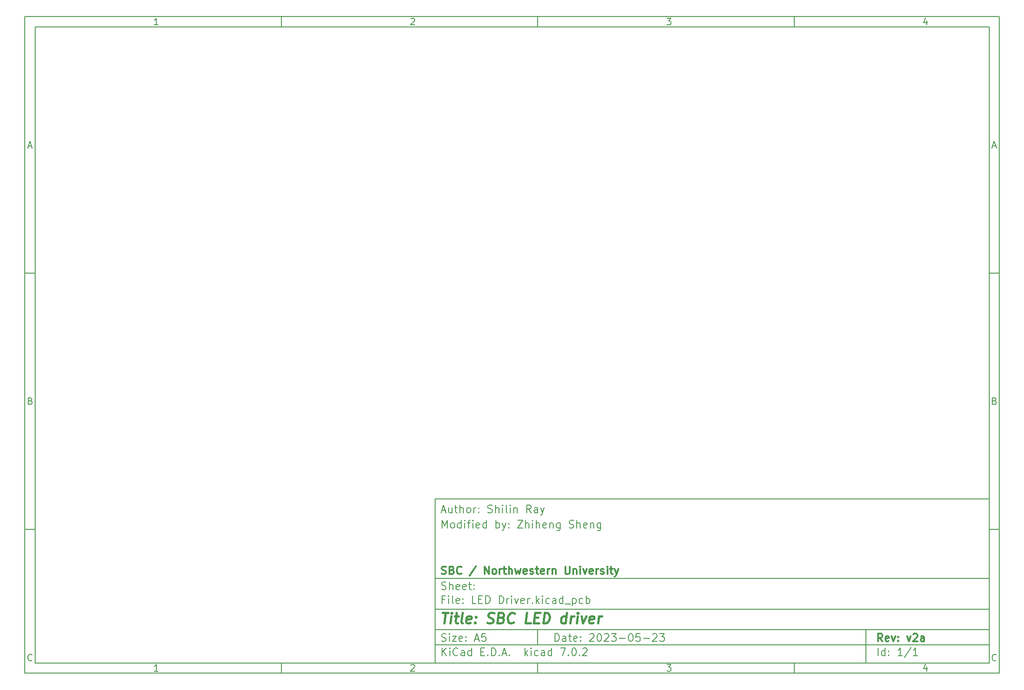
<source format=gbo>
%TF.GenerationSoftware,KiCad,Pcbnew,7.0.2*%
%TF.CreationDate,2023-05-23T14:29:37-05:00*%
%TF.ProjectId,LED Driver,4c454420-4472-4697-9665-722e6b696361,v2a*%
%TF.SameCoordinates,Original*%
%TF.FileFunction,Legend,Bot*%
%TF.FilePolarity,Positive*%
%FSLAX46Y46*%
G04 Gerber Fmt 4.6, Leading zero omitted, Abs format (unit mm)*
G04 Created by KiCad (PCBNEW 7.0.2) date 2023-05-23 14:29:37*
%MOMM*%
%LPD*%
G01*
G04 APERTURE LIST*
%ADD10C,0.100000*%
%ADD11C,0.150000*%
%ADD12C,0.300000*%
%ADD13C,0.400000*%
G04 APERTURE END LIST*
D10*
D11*
X90007200Y-104005800D02*
X198007200Y-104005800D01*
X198007200Y-136005800D01*
X90007200Y-136005800D01*
X90007200Y-104005800D01*
D10*
D11*
X10000000Y-10000000D02*
X200007200Y-10000000D01*
X200007200Y-138005800D01*
X10000000Y-138005800D01*
X10000000Y-10000000D01*
D10*
D11*
X12000000Y-12000000D02*
X198007200Y-12000000D01*
X198007200Y-136005800D01*
X12000000Y-136005800D01*
X12000000Y-12000000D01*
D10*
D11*
X60000000Y-12000000D02*
X60000000Y-10000000D01*
D10*
D11*
X110000000Y-12000000D02*
X110000000Y-10000000D01*
D10*
D11*
X160000000Y-12000000D02*
X160000000Y-10000000D01*
D10*
D11*
X35990476Y-11601404D02*
X35247619Y-11601404D01*
X35619047Y-11601404D02*
X35619047Y-10301404D01*
X35619047Y-10301404D02*
X35495238Y-10487119D01*
X35495238Y-10487119D02*
X35371428Y-10610928D01*
X35371428Y-10610928D02*
X35247619Y-10672833D01*
D10*
D11*
X85247619Y-10425214D02*
X85309523Y-10363309D01*
X85309523Y-10363309D02*
X85433333Y-10301404D01*
X85433333Y-10301404D02*
X85742857Y-10301404D01*
X85742857Y-10301404D02*
X85866666Y-10363309D01*
X85866666Y-10363309D02*
X85928571Y-10425214D01*
X85928571Y-10425214D02*
X85990476Y-10549023D01*
X85990476Y-10549023D02*
X85990476Y-10672833D01*
X85990476Y-10672833D02*
X85928571Y-10858547D01*
X85928571Y-10858547D02*
X85185714Y-11601404D01*
X85185714Y-11601404D02*
X85990476Y-11601404D01*
D10*
D11*
X135185714Y-10301404D02*
X135990476Y-10301404D01*
X135990476Y-10301404D02*
X135557142Y-10796642D01*
X135557142Y-10796642D02*
X135742857Y-10796642D01*
X135742857Y-10796642D02*
X135866666Y-10858547D01*
X135866666Y-10858547D02*
X135928571Y-10920452D01*
X135928571Y-10920452D02*
X135990476Y-11044261D01*
X135990476Y-11044261D02*
X135990476Y-11353785D01*
X135990476Y-11353785D02*
X135928571Y-11477595D01*
X135928571Y-11477595D02*
X135866666Y-11539500D01*
X135866666Y-11539500D02*
X135742857Y-11601404D01*
X135742857Y-11601404D02*
X135371428Y-11601404D01*
X135371428Y-11601404D02*
X135247619Y-11539500D01*
X135247619Y-11539500D02*
X135185714Y-11477595D01*
D10*
D11*
X185866666Y-10734738D02*
X185866666Y-11601404D01*
X185557142Y-10239500D02*
X185247619Y-11168071D01*
X185247619Y-11168071D02*
X186052380Y-11168071D01*
D10*
D11*
X60000000Y-136005800D02*
X60000000Y-138005800D01*
D10*
D11*
X110000000Y-136005800D02*
X110000000Y-138005800D01*
D10*
D11*
X160000000Y-136005800D02*
X160000000Y-138005800D01*
D10*
D11*
X35990476Y-137607204D02*
X35247619Y-137607204D01*
X35619047Y-137607204D02*
X35619047Y-136307204D01*
X35619047Y-136307204D02*
X35495238Y-136492919D01*
X35495238Y-136492919D02*
X35371428Y-136616728D01*
X35371428Y-136616728D02*
X35247619Y-136678633D01*
D10*
D11*
X85247619Y-136431014D02*
X85309523Y-136369109D01*
X85309523Y-136369109D02*
X85433333Y-136307204D01*
X85433333Y-136307204D02*
X85742857Y-136307204D01*
X85742857Y-136307204D02*
X85866666Y-136369109D01*
X85866666Y-136369109D02*
X85928571Y-136431014D01*
X85928571Y-136431014D02*
X85990476Y-136554823D01*
X85990476Y-136554823D02*
X85990476Y-136678633D01*
X85990476Y-136678633D02*
X85928571Y-136864347D01*
X85928571Y-136864347D02*
X85185714Y-137607204D01*
X85185714Y-137607204D02*
X85990476Y-137607204D01*
D10*
D11*
X135185714Y-136307204D02*
X135990476Y-136307204D01*
X135990476Y-136307204D02*
X135557142Y-136802442D01*
X135557142Y-136802442D02*
X135742857Y-136802442D01*
X135742857Y-136802442D02*
X135866666Y-136864347D01*
X135866666Y-136864347D02*
X135928571Y-136926252D01*
X135928571Y-136926252D02*
X135990476Y-137050061D01*
X135990476Y-137050061D02*
X135990476Y-137359585D01*
X135990476Y-137359585D02*
X135928571Y-137483395D01*
X135928571Y-137483395D02*
X135866666Y-137545300D01*
X135866666Y-137545300D02*
X135742857Y-137607204D01*
X135742857Y-137607204D02*
X135371428Y-137607204D01*
X135371428Y-137607204D02*
X135247619Y-137545300D01*
X135247619Y-137545300D02*
X135185714Y-137483395D01*
D10*
D11*
X185866666Y-136740538D02*
X185866666Y-137607204D01*
X185557142Y-136245300D02*
X185247619Y-137173871D01*
X185247619Y-137173871D02*
X186052380Y-137173871D01*
D10*
D11*
X10000000Y-60000000D02*
X12000000Y-60000000D01*
D10*
D11*
X10000000Y-110000000D02*
X12000000Y-110000000D01*
D10*
D11*
X10690476Y-35229976D02*
X11309523Y-35229976D01*
X10566666Y-35601404D02*
X10999999Y-34301404D01*
X10999999Y-34301404D02*
X11433333Y-35601404D01*
D10*
D11*
X11092857Y-84920452D02*
X11278571Y-84982357D01*
X11278571Y-84982357D02*
X11340476Y-85044261D01*
X11340476Y-85044261D02*
X11402380Y-85168071D01*
X11402380Y-85168071D02*
X11402380Y-85353785D01*
X11402380Y-85353785D02*
X11340476Y-85477595D01*
X11340476Y-85477595D02*
X11278571Y-85539500D01*
X11278571Y-85539500D02*
X11154761Y-85601404D01*
X11154761Y-85601404D02*
X10659523Y-85601404D01*
X10659523Y-85601404D02*
X10659523Y-84301404D01*
X10659523Y-84301404D02*
X11092857Y-84301404D01*
X11092857Y-84301404D02*
X11216666Y-84363309D01*
X11216666Y-84363309D02*
X11278571Y-84425214D01*
X11278571Y-84425214D02*
X11340476Y-84549023D01*
X11340476Y-84549023D02*
X11340476Y-84672833D01*
X11340476Y-84672833D02*
X11278571Y-84796642D01*
X11278571Y-84796642D02*
X11216666Y-84858547D01*
X11216666Y-84858547D02*
X11092857Y-84920452D01*
X11092857Y-84920452D02*
X10659523Y-84920452D01*
D10*
D11*
X11402380Y-135477595D02*
X11340476Y-135539500D01*
X11340476Y-135539500D02*
X11154761Y-135601404D01*
X11154761Y-135601404D02*
X11030952Y-135601404D01*
X11030952Y-135601404D02*
X10845238Y-135539500D01*
X10845238Y-135539500D02*
X10721428Y-135415690D01*
X10721428Y-135415690D02*
X10659523Y-135291880D01*
X10659523Y-135291880D02*
X10597619Y-135044261D01*
X10597619Y-135044261D02*
X10597619Y-134858547D01*
X10597619Y-134858547D02*
X10659523Y-134610928D01*
X10659523Y-134610928D02*
X10721428Y-134487119D01*
X10721428Y-134487119D02*
X10845238Y-134363309D01*
X10845238Y-134363309D02*
X11030952Y-134301404D01*
X11030952Y-134301404D02*
X11154761Y-134301404D01*
X11154761Y-134301404D02*
X11340476Y-134363309D01*
X11340476Y-134363309D02*
X11402380Y-134425214D01*
D10*
D11*
X200007200Y-60000000D02*
X198007200Y-60000000D01*
D10*
D11*
X200007200Y-110000000D02*
X198007200Y-110000000D01*
D10*
D11*
X198697676Y-35229976D02*
X199316723Y-35229976D01*
X198573866Y-35601404D02*
X199007199Y-34301404D01*
X199007199Y-34301404D02*
X199440533Y-35601404D01*
D10*
D11*
X199100057Y-84920452D02*
X199285771Y-84982357D01*
X199285771Y-84982357D02*
X199347676Y-85044261D01*
X199347676Y-85044261D02*
X199409580Y-85168071D01*
X199409580Y-85168071D02*
X199409580Y-85353785D01*
X199409580Y-85353785D02*
X199347676Y-85477595D01*
X199347676Y-85477595D02*
X199285771Y-85539500D01*
X199285771Y-85539500D02*
X199161961Y-85601404D01*
X199161961Y-85601404D02*
X198666723Y-85601404D01*
X198666723Y-85601404D02*
X198666723Y-84301404D01*
X198666723Y-84301404D02*
X199100057Y-84301404D01*
X199100057Y-84301404D02*
X199223866Y-84363309D01*
X199223866Y-84363309D02*
X199285771Y-84425214D01*
X199285771Y-84425214D02*
X199347676Y-84549023D01*
X199347676Y-84549023D02*
X199347676Y-84672833D01*
X199347676Y-84672833D02*
X199285771Y-84796642D01*
X199285771Y-84796642D02*
X199223866Y-84858547D01*
X199223866Y-84858547D02*
X199100057Y-84920452D01*
X199100057Y-84920452D02*
X198666723Y-84920452D01*
D10*
D11*
X199409580Y-135477595D02*
X199347676Y-135539500D01*
X199347676Y-135539500D02*
X199161961Y-135601404D01*
X199161961Y-135601404D02*
X199038152Y-135601404D01*
X199038152Y-135601404D02*
X198852438Y-135539500D01*
X198852438Y-135539500D02*
X198728628Y-135415690D01*
X198728628Y-135415690D02*
X198666723Y-135291880D01*
X198666723Y-135291880D02*
X198604819Y-135044261D01*
X198604819Y-135044261D02*
X198604819Y-134858547D01*
X198604819Y-134858547D02*
X198666723Y-134610928D01*
X198666723Y-134610928D02*
X198728628Y-134487119D01*
X198728628Y-134487119D02*
X198852438Y-134363309D01*
X198852438Y-134363309D02*
X199038152Y-134301404D01*
X199038152Y-134301404D02*
X199161961Y-134301404D01*
X199161961Y-134301404D02*
X199347676Y-134363309D01*
X199347676Y-134363309D02*
X199409580Y-134425214D01*
D10*
D11*
X113364342Y-131799728D02*
X113364342Y-130299728D01*
X113364342Y-130299728D02*
X113721485Y-130299728D01*
X113721485Y-130299728D02*
X113935771Y-130371157D01*
X113935771Y-130371157D02*
X114078628Y-130514014D01*
X114078628Y-130514014D02*
X114150057Y-130656871D01*
X114150057Y-130656871D02*
X114221485Y-130942585D01*
X114221485Y-130942585D02*
X114221485Y-131156871D01*
X114221485Y-131156871D02*
X114150057Y-131442585D01*
X114150057Y-131442585D02*
X114078628Y-131585442D01*
X114078628Y-131585442D02*
X113935771Y-131728300D01*
X113935771Y-131728300D02*
X113721485Y-131799728D01*
X113721485Y-131799728D02*
X113364342Y-131799728D01*
X115507200Y-131799728D02*
X115507200Y-131014014D01*
X115507200Y-131014014D02*
X115435771Y-130871157D01*
X115435771Y-130871157D02*
X115292914Y-130799728D01*
X115292914Y-130799728D02*
X115007200Y-130799728D01*
X115007200Y-130799728D02*
X114864342Y-130871157D01*
X115507200Y-131728300D02*
X115364342Y-131799728D01*
X115364342Y-131799728D02*
X115007200Y-131799728D01*
X115007200Y-131799728D02*
X114864342Y-131728300D01*
X114864342Y-131728300D02*
X114792914Y-131585442D01*
X114792914Y-131585442D02*
X114792914Y-131442585D01*
X114792914Y-131442585D02*
X114864342Y-131299728D01*
X114864342Y-131299728D02*
X115007200Y-131228300D01*
X115007200Y-131228300D02*
X115364342Y-131228300D01*
X115364342Y-131228300D02*
X115507200Y-131156871D01*
X116007200Y-130799728D02*
X116578628Y-130799728D01*
X116221485Y-130299728D02*
X116221485Y-131585442D01*
X116221485Y-131585442D02*
X116292914Y-131728300D01*
X116292914Y-131728300D02*
X116435771Y-131799728D01*
X116435771Y-131799728D02*
X116578628Y-131799728D01*
X117650057Y-131728300D02*
X117507200Y-131799728D01*
X117507200Y-131799728D02*
X117221486Y-131799728D01*
X117221486Y-131799728D02*
X117078628Y-131728300D01*
X117078628Y-131728300D02*
X117007200Y-131585442D01*
X117007200Y-131585442D02*
X117007200Y-131014014D01*
X117007200Y-131014014D02*
X117078628Y-130871157D01*
X117078628Y-130871157D02*
X117221486Y-130799728D01*
X117221486Y-130799728D02*
X117507200Y-130799728D01*
X117507200Y-130799728D02*
X117650057Y-130871157D01*
X117650057Y-130871157D02*
X117721486Y-131014014D01*
X117721486Y-131014014D02*
X117721486Y-131156871D01*
X117721486Y-131156871D02*
X117007200Y-131299728D01*
X118364342Y-131656871D02*
X118435771Y-131728300D01*
X118435771Y-131728300D02*
X118364342Y-131799728D01*
X118364342Y-131799728D02*
X118292914Y-131728300D01*
X118292914Y-131728300D02*
X118364342Y-131656871D01*
X118364342Y-131656871D02*
X118364342Y-131799728D01*
X118364342Y-130871157D02*
X118435771Y-130942585D01*
X118435771Y-130942585D02*
X118364342Y-131014014D01*
X118364342Y-131014014D02*
X118292914Y-130942585D01*
X118292914Y-130942585D02*
X118364342Y-130871157D01*
X118364342Y-130871157D02*
X118364342Y-131014014D01*
X120150057Y-130442585D02*
X120221485Y-130371157D01*
X120221485Y-130371157D02*
X120364343Y-130299728D01*
X120364343Y-130299728D02*
X120721485Y-130299728D01*
X120721485Y-130299728D02*
X120864343Y-130371157D01*
X120864343Y-130371157D02*
X120935771Y-130442585D01*
X120935771Y-130442585D02*
X121007200Y-130585442D01*
X121007200Y-130585442D02*
X121007200Y-130728300D01*
X121007200Y-130728300D02*
X120935771Y-130942585D01*
X120935771Y-130942585D02*
X120078628Y-131799728D01*
X120078628Y-131799728D02*
X121007200Y-131799728D01*
X121935771Y-130299728D02*
X122078628Y-130299728D01*
X122078628Y-130299728D02*
X122221485Y-130371157D01*
X122221485Y-130371157D02*
X122292914Y-130442585D01*
X122292914Y-130442585D02*
X122364342Y-130585442D01*
X122364342Y-130585442D02*
X122435771Y-130871157D01*
X122435771Y-130871157D02*
X122435771Y-131228300D01*
X122435771Y-131228300D02*
X122364342Y-131514014D01*
X122364342Y-131514014D02*
X122292914Y-131656871D01*
X122292914Y-131656871D02*
X122221485Y-131728300D01*
X122221485Y-131728300D02*
X122078628Y-131799728D01*
X122078628Y-131799728D02*
X121935771Y-131799728D01*
X121935771Y-131799728D02*
X121792914Y-131728300D01*
X121792914Y-131728300D02*
X121721485Y-131656871D01*
X121721485Y-131656871D02*
X121650056Y-131514014D01*
X121650056Y-131514014D02*
X121578628Y-131228300D01*
X121578628Y-131228300D02*
X121578628Y-130871157D01*
X121578628Y-130871157D02*
X121650056Y-130585442D01*
X121650056Y-130585442D02*
X121721485Y-130442585D01*
X121721485Y-130442585D02*
X121792914Y-130371157D01*
X121792914Y-130371157D02*
X121935771Y-130299728D01*
X123007199Y-130442585D02*
X123078627Y-130371157D01*
X123078627Y-130371157D02*
X123221485Y-130299728D01*
X123221485Y-130299728D02*
X123578627Y-130299728D01*
X123578627Y-130299728D02*
X123721485Y-130371157D01*
X123721485Y-130371157D02*
X123792913Y-130442585D01*
X123792913Y-130442585D02*
X123864342Y-130585442D01*
X123864342Y-130585442D02*
X123864342Y-130728300D01*
X123864342Y-130728300D02*
X123792913Y-130942585D01*
X123792913Y-130942585D02*
X122935770Y-131799728D01*
X122935770Y-131799728D02*
X123864342Y-131799728D01*
X124364341Y-130299728D02*
X125292913Y-130299728D01*
X125292913Y-130299728D02*
X124792913Y-130871157D01*
X124792913Y-130871157D02*
X125007198Y-130871157D01*
X125007198Y-130871157D02*
X125150056Y-130942585D01*
X125150056Y-130942585D02*
X125221484Y-131014014D01*
X125221484Y-131014014D02*
X125292913Y-131156871D01*
X125292913Y-131156871D02*
X125292913Y-131514014D01*
X125292913Y-131514014D02*
X125221484Y-131656871D01*
X125221484Y-131656871D02*
X125150056Y-131728300D01*
X125150056Y-131728300D02*
X125007198Y-131799728D01*
X125007198Y-131799728D02*
X124578627Y-131799728D01*
X124578627Y-131799728D02*
X124435770Y-131728300D01*
X124435770Y-131728300D02*
X124364341Y-131656871D01*
X125935769Y-131228300D02*
X127078627Y-131228300D01*
X128078627Y-130299728D02*
X128221484Y-130299728D01*
X128221484Y-130299728D02*
X128364341Y-130371157D01*
X128364341Y-130371157D02*
X128435770Y-130442585D01*
X128435770Y-130442585D02*
X128507198Y-130585442D01*
X128507198Y-130585442D02*
X128578627Y-130871157D01*
X128578627Y-130871157D02*
X128578627Y-131228300D01*
X128578627Y-131228300D02*
X128507198Y-131514014D01*
X128507198Y-131514014D02*
X128435770Y-131656871D01*
X128435770Y-131656871D02*
X128364341Y-131728300D01*
X128364341Y-131728300D02*
X128221484Y-131799728D01*
X128221484Y-131799728D02*
X128078627Y-131799728D01*
X128078627Y-131799728D02*
X127935770Y-131728300D01*
X127935770Y-131728300D02*
X127864341Y-131656871D01*
X127864341Y-131656871D02*
X127792912Y-131514014D01*
X127792912Y-131514014D02*
X127721484Y-131228300D01*
X127721484Y-131228300D02*
X127721484Y-130871157D01*
X127721484Y-130871157D02*
X127792912Y-130585442D01*
X127792912Y-130585442D02*
X127864341Y-130442585D01*
X127864341Y-130442585D02*
X127935770Y-130371157D01*
X127935770Y-130371157D02*
X128078627Y-130299728D01*
X129935769Y-130299728D02*
X129221483Y-130299728D01*
X129221483Y-130299728D02*
X129150055Y-131014014D01*
X129150055Y-131014014D02*
X129221483Y-130942585D01*
X129221483Y-130942585D02*
X129364341Y-130871157D01*
X129364341Y-130871157D02*
X129721483Y-130871157D01*
X129721483Y-130871157D02*
X129864341Y-130942585D01*
X129864341Y-130942585D02*
X129935769Y-131014014D01*
X129935769Y-131014014D02*
X130007198Y-131156871D01*
X130007198Y-131156871D02*
X130007198Y-131514014D01*
X130007198Y-131514014D02*
X129935769Y-131656871D01*
X129935769Y-131656871D02*
X129864341Y-131728300D01*
X129864341Y-131728300D02*
X129721483Y-131799728D01*
X129721483Y-131799728D02*
X129364341Y-131799728D01*
X129364341Y-131799728D02*
X129221483Y-131728300D01*
X129221483Y-131728300D02*
X129150055Y-131656871D01*
X130650054Y-131228300D02*
X131792912Y-131228300D01*
X132435769Y-130442585D02*
X132507197Y-130371157D01*
X132507197Y-130371157D02*
X132650055Y-130299728D01*
X132650055Y-130299728D02*
X133007197Y-130299728D01*
X133007197Y-130299728D02*
X133150055Y-130371157D01*
X133150055Y-130371157D02*
X133221483Y-130442585D01*
X133221483Y-130442585D02*
X133292912Y-130585442D01*
X133292912Y-130585442D02*
X133292912Y-130728300D01*
X133292912Y-130728300D02*
X133221483Y-130942585D01*
X133221483Y-130942585D02*
X132364340Y-131799728D01*
X132364340Y-131799728D02*
X133292912Y-131799728D01*
X133792911Y-130299728D02*
X134721483Y-130299728D01*
X134721483Y-130299728D02*
X134221483Y-130871157D01*
X134221483Y-130871157D02*
X134435768Y-130871157D01*
X134435768Y-130871157D02*
X134578626Y-130942585D01*
X134578626Y-130942585D02*
X134650054Y-131014014D01*
X134650054Y-131014014D02*
X134721483Y-131156871D01*
X134721483Y-131156871D02*
X134721483Y-131514014D01*
X134721483Y-131514014D02*
X134650054Y-131656871D01*
X134650054Y-131656871D02*
X134578626Y-131728300D01*
X134578626Y-131728300D02*
X134435768Y-131799728D01*
X134435768Y-131799728D02*
X134007197Y-131799728D01*
X134007197Y-131799728D02*
X133864340Y-131728300D01*
X133864340Y-131728300D02*
X133792911Y-131656871D01*
D10*
D11*
X90007200Y-132505800D02*
X198007200Y-132505800D01*
D10*
D11*
X91364342Y-134599728D02*
X91364342Y-133099728D01*
X92221485Y-134599728D02*
X91578628Y-133742585D01*
X92221485Y-133099728D02*
X91364342Y-133956871D01*
X92864342Y-134599728D02*
X92864342Y-133599728D01*
X92864342Y-133099728D02*
X92792914Y-133171157D01*
X92792914Y-133171157D02*
X92864342Y-133242585D01*
X92864342Y-133242585D02*
X92935771Y-133171157D01*
X92935771Y-133171157D02*
X92864342Y-133099728D01*
X92864342Y-133099728D02*
X92864342Y-133242585D01*
X94435771Y-134456871D02*
X94364343Y-134528300D01*
X94364343Y-134528300D02*
X94150057Y-134599728D01*
X94150057Y-134599728D02*
X94007200Y-134599728D01*
X94007200Y-134599728D02*
X93792914Y-134528300D01*
X93792914Y-134528300D02*
X93650057Y-134385442D01*
X93650057Y-134385442D02*
X93578628Y-134242585D01*
X93578628Y-134242585D02*
X93507200Y-133956871D01*
X93507200Y-133956871D02*
X93507200Y-133742585D01*
X93507200Y-133742585D02*
X93578628Y-133456871D01*
X93578628Y-133456871D02*
X93650057Y-133314014D01*
X93650057Y-133314014D02*
X93792914Y-133171157D01*
X93792914Y-133171157D02*
X94007200Y-133099728D01*
X94007200Y-133099728D02*
X94150057Y-133099728D01*
X94150057Y-133099728D02*
X94364343Y-133171157D01*
X94364343Y-133171157D02*
X94435771Y-133242585D01*
X95721486Y-134599728D02*
X95721486Y-133814014D01*
X95721486Y-133814014D02*
X95650057Y-133671157D01*
X95650057Y-133671157D02*
X95507200Y-133599728D01*
X95507200Y-133599728D02*
X95221486Y-133599728D01*
X95221486Y-133599728D02*
X95078628Y-133671157D01*
X95721486Y-134528300D02*
X95578628Y-134599728D01*
X95578628Y-134599728D02*
X95221486Y-134599728D01*
X95221486Y-134599728D02*
X95078628Y-134528300D01*
X95078628Y-134528300D02*
X95007200Y-134385442D01*
X95007200Y-134385442D02*
X95007200Y-134242585D01*
X95007200Y-134242585D02*
X95078628Y-134099728D01*
X95078628Y-134099728D02*
X95221486Y-134028300D01*
X95221486Y-134028300D02*
X95578628Y-134028300D01*
X95578628Y-134028300D02*
X95721486Y-133956871D01*
X97078629Y-134599728D02*
X97078629Y-133099728D01*
X97078629Y-134528300D02*
X96935771Y-134599728D01*
X96935771Y-134599728D02*
X96650057Y-134599728D01*
X96650057Y-134599728D02*
X96507200Y-134528300D01*
X96507200Y-134528300D02*
X96435771Y-134456871D01*
X96435771Y-134456871D02*
X96364343Y-134314014D01*
X96364343Y-134314014D02*
X96364343Y-133885442D01*
X96364343Y-133885442D02*
X96435771Y-133742585D01*
X96435771Y-133742585D02*
X96507200Y-133671157D01*
X96507200Y-133671157D02*
X96650057Y-133599728D01*
X96650057Y-133599728D02*
X96935771Y-133599728D01*
X96935771Y-133599728D02*
X97078629Y-133671157D01*
X98935771Y-133814014D02*
X99435771Y-133814014D01*
X99650057Y-134599728D02*
X98935771Y-134599728D01*
X98935771Y-134599728D02*
X98935771Y-133099728D01*
X98935771Y-133099728D02*
X99650057Y-133099728D01*
X100292914Y-134456871D02*
X100364343Y-134528300D01*
X100364343Y-134528300D02*
X100292914Y-134599728D01*
X100292914Y-134599728D02*
X100221486Y-134528300D01*
X100221486Y-134528300D02*
X100292914Y-134456871D01*
X100292914Y-134456871D02*
X100292914Y-134599728D01*
X101007200Y-134599728D02*
X101007200Y-133099728D01*
X101007200Y-133099728D02*
X101364343Y-133099728D01*
X101364343Y-133099728D02*
X101578629Y-133171157D01*
X101578629Y-133171157D02*
X101721486Y-133314014D01*
X101721486Y-133314014D02*
X101792915Y-133456871D01*
X101792915Y-133456871D02*
X101864343Y-133742585D01*
X101864343Y-133742585D02*
X101864343Y-133956871D01*
X101864343Y-133956871D02*
X101792915Y-134242585D01*
X101792915Y-134242585D02*
X101721486Y-134385442D01*
X101721486Y-134385442D02*
X101578629Y-134528300D01*
X101578629Y-134528300D02*
X101364343Y-134599728D01*
X101364343Y-134599728D02*
X101007200Y-134599728D01*
X102507200Y-134456871D02*
X102578629Y-134528300D01*
X102578629Y-134528300D02*
X102507200Y-134599728D01*
X102507200Y-134599728D02*
X102435772Y-134528300D01*
X102435772Y-134528300D02*
X102507200Y-134456871D01*
X102507200Y-134456871D02*
X102507200Y-134599728D01*
X103150058Y-134171157D02*
X103864344Y-134171157D01*
X103007201Y-134599728D02*
X103507201Y-133099728D01*
X103507201Y-133099728D02*
X104007201Y-134599728D01*
X104507200Y-134456871D02*
X104578629Y-134528300D01*
X104578629Y-134528300D02*
X104507200Y-134599728D01*
X104507200Y-134599728D02*
X104435772Y-134528300D01*
X104435772Y-134528300D02*
X104507200Y-134456871D01*
X104507200Y-134456871D02*
X104507200Y-134599728D01*
X107507200Y-134599728D02*
X107507200Y-133099728D01*
X107650058Y-134028300D02*
X108078629Y-134599728D01*
X108078629Y-133599728D02*
X107507200Y-134171157D01*
X108721486Y-134599728D02*
X108721486Y-133599728D01*
X108721486Y-133099728D02*
X108650058Y-133171157D01*
X108650058Y-133171157D02*
X108721486Y-133242585D01*
X108721486Y-133242585D02*
X108792915Y-133171157D01*
X108792915Y-133171157D02*
X108721486Y-133099728D01*
X108721486Y-133099728D02*
X108721486Y-133242585D01*
X110078630Y-134528300D02*
X109935772Y-134599728D01*
X109935772Y-134599728D02*
X109650058Y-134599728D01*
X109650058Y-134599728D02*
X109507201Y-134528300D01*
X109507201Y-134528300D02*
X109435772Y-134456871D01*
X109435772Y-134456871D02*
X109364344Y-134314014D01*
X109364344Y-134314014D02*
X109364344Y-133885442D01*
X109364344Y-133885442D02*
X109435772Y-133742585D01*
X109435772Y-133742585D02*
X109507201Y-133671157D01*
X109507201Y-133671157D02*
X109650058Y-133599728D01*
X109650058Y-133599728D02*
X109935772Y-133599728D01*
X109935772Y-133599728D02*
X110078630Y-133671157D01*
X111364344Y-134599728D02*
X111364344Y-133814014D01*
X111364344Y-133814014D02*
X111292915Y-133671157D01*
X111292915Y-133671157D02*
X111150058Y-133599728D01*
X111150058Y-133599728D02*
X110864344Y-133599728D01*
X110864344Y-133599728D02*
X110721486Y-133671157D01*
X111364344Y-134528300D02*
X111221486Y-134599728D01*
X111221486Y-134599728D02*
X110864344Y-134599728D01*
X110864344Y-134599728D02*
X110721486Y-134528300D01*
X110721486Y-134528300D02*
X110650058Y-134385442D01*
X110650058Y-134385442D02*
X110650058Y-134242585D01*
X110650058Y-134242585D02*
X110721486Y-134099728D01*
X110721486Y-134099728D02*
X110864344Y-134028300D01*
X110864344Y-134028300D02*
X111221486Y-134028300D01*
X111221486Y-134028300D02*
X111364344Y-133956871D01*
X112721487Y-134599728D02*
X112721487Y-133099728D01*
X112721487Y-134528300D02*
X112578629Y-134599728D01*
X112578629Y-134599728D02*
X112292915Y-134599728D01*
X112292915Y-134599728D02*
X112150058Y-134528300D01*
X112150058Y-134528300D02*
X112078629Y-134456871D01*
X112078629Y-134456871D02*
X112007201Y-134314014D01*
X112007201Y-134314014D02*
X112007201Y-133885442D01*
X112007201Y-133885442D02*
X112078629Y-133742585D01*
X112078629Y-133742585D02*
X112150058Y-133671157D01*
X112150058Y-133671157D02*
X112292915Y-133599728D01*
X112292915Y-133599728D02*
X112578629Y-133599728D01*
X112578629Y-133599728D02*
X112721487Y-133671157D01*
X114435772Y-133099728D02*
X115435772Y-133099728D01*
X115435772Y-133099728D02*
X114792915Y-134599728D01*
X116007200Y-134456871D02*
X116078629Y-134528300D01*
X116078629Y-134528300D02*
X116007200Y-134599728D01*
X116007200Y-134599728D02*
X115935772Y-134528300D01*
X115935772Y-134528300D02*
X116007200Y-134456871D01*
X116007200Y-134456871D02*
X116007200Y-134599728D01*
X117007201Y-133099728D02*
X117150058Y-133099728D01*
X117150058Y-133099728D02*
X117292915Y-133171157D01*
X117292915Y-133171157D02*
X117364344Y-133242585D01*
X117364344Y-133242585D02*
X117435772Y-133385442D01*
X117435772Y-133385442D02*
X117507201Y-133671157D01*
X117507201Y-133671157D02*
X117507201Y-134028300D01*
X117507201Y-134028300D02*
X117435772Y-134314014D01*
X117435772Y-134314014D02*
X117364344Y-134456871D01*
X117364344Y-134456871D02*
X117292915Y-134528300D01*
X117292915Y-134528300D02*
X117150058Y-134599728D01*
X117150058Y-134599728D02*
X117007201Y-134599728D01*
X117007201Y-134599728D02*
X116864344Y-134528300D01*
X116864344Y-134528300D02*
X116792915Y-134456871D01*
X116792915Y-134456871D02*
X116721486Y-134314014D01*
X116721486Y-134314014D02*
X116650058Y-134028300D01*
X116650058Y-134028300D02*
X116650058Y-133671157D01*
X116650058Y-133671157D02*
X116721486Y-133385442D01*
X116721486Y-133385442D02*
X116792915Y-133242585D01*
X116792915Y-133242585D02*
X116864344Y-133171157D01*
X116864344Y-133171157D02*
X117007201Y-133099728D01*
X118150057Y-134456871D02*
X118221486Y-134528300D01*
X118221486Y-134528300D02*
X118150057Y-134599728D01*
X118150057Y-134599728D02*
X118078629Y-134528300D01*
X118078629Y-134528300D02*
X118150057Y-134456871D01*
X118150057Y-134456871D02*
X118150057Y-134599728D01*
X118792915Y-133242585D02*
X118864343Y-133171157D01*
X118864343Y-133171157D02*
X119007201Y-133099728D01*
X119007201Y-133099728D02*
X119364343Y-133099728D01*
X119364343Y-133099728D02*
X119507201Y-133171157D01*
X119507201Y-133171157D02*
X119578629Y-133242585D01*
X119578629Y-133242585D02*
X119650058Y-133385442D01*
X119650058Y-133385442D02*
X119650058Y-133528300D01*
X119650058Y-133528300D02*
X119578629Y-133742585D01*
X119578629Y-133742585D02*
X118721486Y-134599728D01*
X118721486Y-134599728D02*
X119650058Y-134599728D01*
D10*
D11*
X90007200Y-129505800D02*
X198007200Y-129505800D01*
D10*
D12*
X177221485Y-131799728D02*
X176721485Y-131085442D01*
X176364342Y-131799728D02*
X176364342Y-130299728D01*
X176364342Y-130299728D02*
X176935771Y-130299728D01*
X176935771Y-130299728D02*
X177078628Y-130371157D01*
X177078628Y-130371157D02*
X177150057Y-130442585D01*
X177150057Y-130442585D02*
X177221485Y-130585442D01*
X177221485Y-130585442D02*
X177221485Y-130799728D01*
X177221485Y-130799728D02*
X177150057Y-130942585D01*
X177150057Y-130942585D02*
X177078628Y-131014014D01*
X177078628Y-131014014D02*
X176935771Y-131085442D01*
X176935771Y-131085442D02*
X176364342Y-131085442D01*
X178435771Y-131728300D02*
X178292914Y-131799728D01*
X178292914Y-131799728D02*
X178007200Y-131799728D01*
X178007200Y-131799728D02*
X177864342Y-131728300D01*
X177864342Y-131728300D02*
X177792914Y-131585442D01*
X177792914Y-131585442D02*
X177792914Y-131014014D01*
X177792914Y-131014014D02*
X177864342Y-130871157D01*
X177864342Y-130871157D02*
X178007200Y-130799728D01*
X178007200Y-130799728D02*
X178292914Y-130799728D01*
X178292914Y-130799728D02*
X178435771Y-130871157D01*
X178435771Y-130871157D02*
X178507200Y-131014014D01*
X178507200Y-131014014D02*
X178507200Y-131156871D01*
X178507200Y-131156871D02*
X177792914Y-131299728D01*
X179007199Y-130799728D02*
X179364342Y-131799728D01*
X179364342Y-131799728D02*
X179721485Y-130799728D01*
X180292913Y-131656871D02*
X180364342Y-131728300D01*
X180364342Y-131728300D02*
X180292913Y-131799728D01*
X180292913Y-131799728D02*
X180221485Y-131728300D01*
X180221485Y-131728300D02*
X180292913Y-131656871D01*
X180292913Y-131656871D02*
X180292913Y-131799728D01*
X180292913Y-130871157D02*
X180364342Y-130942585D01*
X180364342Y-130942585D02*
X180292913Y-131014014D01*
X180292913Y-131014014D02*
X180221485Y-130942585D01*
X180221485Y-130942585D02*
X180292913Y-130871157D01*
X180292913Y-130871157D02*
X180292913Y-131014014D01*
X182007199Y-130799728D02*
X182364342Y-131799728D01*
X182364342Y-131799728D02*
X182721485Y-130799728D01*
X183221485Y-130442585D02*
X183292913Y-130371157D01*
X183292913Y-130371157D02*
X183435771Y-130299728D01*
X183435771Y-130299728D02*
X183792913Y-130299728D01*
X183792913Y-130299728D02*
X183935771Y-130371157D01*
X183935771Y-130371157D02*
X184007199Y-130442585D01*
X184007199Y-130442585D02*
X184078628Y-130585442D01*
X184078628Y-130585442D02*
X184078628Y-130728300D01*
X184078628Y-130728300D02*
X184007199Y-130942585D01*
X184007199Y-130942585D02*
X183150056Y-131799728D01*
X183150056Y-131799728D02*
X184078628Y-131799728D01*
X185364342Y-131799728D02*
X185364342Y-131014014D01*
X185364342Y-131014014D02*
X185292913Y-130871157D01*
X185292913Y-130871157D02*
X185150056Y-130799728D01*
X185150056Y-130799728D02*
X184864342Y-130799728D01*
X184864342Y-130799728D02*
X184721484Y-130871157D01*
X185364342Y-131728300D02*
X185221484Y-131799728D01*
X185221484Y-131799728D02*
X184864342Y-131799728D01*
X184864342Y-131799728D02*
X184721484Y-131728300D01*
X184721484Y-131728300D02*
X184650056Y-131585442D01*
X184650056Y-131585442D02*
X184650056Y-131442585D01*
X184650056Y-131442585D02*
X184721484Y-131299728D01*
X184721484Y-131299728D02*
X184864342Y-131228300D01*
X184864342Y-131228300D02*
X185221484Y-131228300D01*
X185221484Y-131228300D02*
X185364342Y-131156871D01*
D10*
D11*
X91292914Y-131728300D02*
X91507200Y-131799728D01*
X91507200Y-131799728D02*
X91864342Y-131799728D01*
X91864342Y-131799728D02*
X92007200Y-131728300D01*
X92007200Y-131728300D02*
X92078628Y-131656871D01*
X92078628Y-131656871D02*
X92150057Y-131514014D01*
X92150057Y-131514014D02*
X92150057Y-131371157D01*
X92150057Y-131371157D02*
X92078628Y-131228300D01*
X92078628Y-131228300D02*
X92007200Y-131156871D01*
X92007200Y-131156871D02*
X91864342Y-131085442D01*
X91864342Y-131085442D02*
X91578628Y-131014014D01*
X91578628Y-131014014D02*
X91435771Y-130942585D01*
X91435771Y-130942585D02*
X91364342Y-130871157D01*
X91364342Y-130871157D02*
X91292914Y-130728300D01*
X91292914Y-130728300D02*
X91292914Y-130585442D01*
X91292914Y-130585442D02*
X91364342Y-130442585D01*
X91364342Y-130442585D02*
X91435771Y-130371157D01*
X91435771Y-130371157D02*
X91578628Y-130299728D01*
X91578628Y-130299728D02*
X91935771Y-130299728D01*
X91935771Y-130299728D02*
X92150057Y-130371157D01*
X92792913Y-131799728D02*
X92792913Y-130799728D01*
X92792913Y-130299728D02*
X92721485Y-130371157D01*
X92721485Y-130371157D02*
X92792913Y-130442585D01*
X92792913Y-130442585D02*
X92864342Y-130371157D01*
X92864342Y-130371157D02*
X92792913Y-130299728D01*
X92792913Y-130299728D02*
X92792913Y-130442585D01*
X93364342Y-130799728D02*
X94150057Y-130799728D01*
X94150057Y-130799728D02*
X93364342Y-131799728D01*
X93364342Y-131799728D02*
X94150057Y-131799728D01*
X95292914Y-131728300D02*
X95150057Y-131799728D01*
X95150057Y-131799728D02*
X94864343Y-131799728D01*
X94864343Y-131799728D02*
X94721485Y-131728300D01*
X94721485Y-131728300D02*
X94650057Y-131585442D01*
X94650057Y-131585442D02*
X94650057Y-131014014D01*
X94650057Y-131014014D02*
X94721485Y-130871157D01*
X94721485Y-130871157D02*
X94864343Y-130799728D01*
X94864343Y-130799728D02*
X95150057Y-130799728D01*
X95150057Y-130799728D02*
X95292914Y-130871157D01*
X95292914Y-130871157D02*
X95364343Y-131014014D01*
X95364343Y-131014014D02*
X95364343Y-131156871D01*
X95364343Y-131156871D02*
X94650057Y-131299728D01*
X96007199Y-131656871D02*
X96078628Y-131728300D01*
X96078628Y-131728300D02*
X96007199Y-131799728D01*
X96007199Y-131799728D02*
X95935771Y-131728300D01*
X95935771Y-131728300D02*
X96007199Y-131656871D01*
X96007199Y-131656871D02*
X96007199Y-131799728D01*
X96007199Y-130871157D02*
X96078628Y-130942585D01*
X96078628Y-130942585D02*
X96007199Y-131014014D01*
X96007199Y-131014014D02*
X95935771Y-130942585D01*
X95935771Y-130942585D02*
X96007199Y-130871157D01*
X96007199Y-130871157D02*
X96007199Y-131014014D01*
X97792914Y-131371157D02*
X98507200Y-131371157D01*
X97650057Y-131799728D02*
X98150057Y-130299728D01*
X98150057Y-130299728D02*
X98650057Y-131799728D01*
X99864342Y-130299728D02*
X99150056Y-130299728D01*
X99150056Y-130299728D02*
X99078628Y-131014014D01*
X99078628Y-131014014D02*
X99150056Y-130942585D01*
X99150056Y-130942585D02*
X99292914Y-130871157D01*
X99292914Y-130871157D02*
X99650056Y-130871157D01*
X99650056Y-130871157D02*
X99792914Y-130942585D01*
X99792914Y-130942585D02*
X99864342Y-131014014D01*
X99864342Y-131014014D02*
X99935771Y-131156871D01*
X99935771Y-131156871D02*
X99935771Y-131514014D01*
X99935771Y-131514014D02*
X99864342Y-131656871D01*
X99864342Y-131656871D02*
X99792914Y-131728300D01*
X99792914Y-131728300D02*
X99650056Y-131799728D01*
X99650056Y-131799728D02*
X99292914Y-131799728D01*
X99292914Y-131799728D02*
X99150056Y-131728300D01*
X99150056Y-131728300D02*
X99078628Y-131656871D01*
D10*
D11*
X176364342Y-134599728D02*
X176364342Y-133099728D01*
X177721486Y-134599728D02*
X177721486Y-133099728D01*
X177721486Y-134528300D02*
X177578628Y-134599728D01*
X177578628Y-134599728D02*
X177292914Y-134599728D01*
X177292914Y-134599728D02*
X177150057Y-134528300D01*
X177150057Y-134528300D02*
X177078628Y-134456871D01*
X177078628Y-134456871D02*
X177007200Y-134314014D01*
X177007200Y-134314014D02*
X177007200Y-133885442D01*
X177007200Y-133885442D02*
X177078628Y-133742585D01*
X177078628Y-133742585D02*
X177150057Y-133671157D01*
X177150057Y-133671157D02*
X177292914Y-133599728D01*
X177292914Y-133599728D02*
X177578628Y-133599728D01*
X177578628Y-133599728D02*
X177721486Y-133671157D01*
X178435771Y-134456871D02*
X178507200Y-134528300D01*
X178507200Y-134528300D02*
X178435771Y-134599728D01*
X178435771Y-134599728D02*
X178364343Y-134528300D01*
X178364343Y-134528300D02*
X178435771Y-134456871D01*
X178435771Y-134456871D02*
X178435771Y-134599728D01*
X178435771Y-133671157D02*
X178507200Y-133742585D01*
X178507200Y-133742585D02*
X178435771Y-133814014D01*
X178435771Y-133814014D02*
X178364343Y-133742585D01*
X178364343Y-133742585D02*
X178435771Y-133671157D01*
X178435771Y-133671157D02*
X178435771Y-133814014D01*
X181078629Y-134599728D02*
X180221486Y-134599728D01*
X180650057Y-134599728D02*
X180650057Y-133099728D01*
X180650057Y-133099728D02*
X180507200Y-133314014D01*
X180507200Y-133314014D02*
X180364343Y-133456871D01*
X180364343Y-133456871D02*
X180221486Y-133528300D01*
X182792914Y-133028300D02*
X181507200Y-134956871D01*
X184078629Y-134599728D02*
X183221486Y-134599728D01*
X183650057Y-134599728D02*
X183650057Y-133099728D01*
X183650057Y-133099728D02*
X183507200Y-133314014D01*
X183507200Y-133314014D02*
X183364343Y-133456871D01*
X183364343Y-133456871D02*
X183221486Y-133528300D01*
D10*
D11*
X90007200Y-125505800D02*
X198007200Y-125505800D01*
D10*
D13*
X91435771Y-126231038D02*
X92578628Y-126231038D01*
X91757200Y-128231038D02*
X92007200Y-126231038D01*
X92983390Y-128231038D02*
X93150057Y-126897704D01*
X93233390Y-126231038D02*
X93126247Y-126326276D01*
X93126247Y-126326276D02*
X93209581Y-126421514D01*
X93209581Y-126421514D02*
X93316724Y-126326276D01*
X93316724Y-126326276D02*
X93233390Y-126231038D01*
X93233390Y-126231038D02*
X93209581Y-126421514D01*
X93804819Y-126897704D02*
X94566723Y-126897704D01*
X94173866Y-126231038D02*
X93959581Y-127945323D01*
X93959581Y-127945323D02*
X94031009Y-128135800D01*
X94031009Y-128135800D02*
X94209581Y-128231038D01*
X94209581Y-128231038D02*
X94400057Y-128231038D01*
X95340533Y-128231038D02*
X95161961Y-128135800D01*
X95161961Y-128135800D02*
X95090533Y-127945323D01*
X95090533Y-127945323D02*
X95304818Y-126231038D01*
X96864342Y-128135800D02*
X96661961Y-128231038D01*
X96661961Y-128231038D02*
X96281008Y-128231038D01*
X96281008Y-128231038D02*
X96102437Y-128135800D01*
X96102437Y-128135800D02*
X96031008Y-127945323D01*
X96031008Y-127945323D02*
X96126247Y-127183419D01*
X96126247Y-127183419D02*
X96245294Y-126992942D01*
X96245294Y-126992942D02*
X96447675Y-126897704D01*
X96447675Y-126897704D02*
X96828627Y-126897704D01*
X96828627Y-126897704D02*
X97007199Y-126992942D01*
X97007199Y-126992942D02*
X97078627Y-127183419D01*
X97078627Y-127183419D02*
X97054818Y-127373895D01*
X97054818Y-127373895D02*
X96078627Y-127564371D01*
X97816723Y-128040561D02*
X97900056Y-128135800D01*
X97900056Y-128135800D02*
X97792913Y-128231038D01*
X97792913Y-128231038D02*
X97709580Y-128135800D01*
X97709580Y-128135800D02*
X97816723Y-128040561D01*
X97816723Y-128040561D02*
X97792913Y-128231038D01*
X97947675Y-126992942D02*
X98031008Y-127088180D01*
X98031008Y-127088180D02*
X97923866Y-127183419D01*
X97923866Y-127183419D02*
X97840532Y-127088180D01*
X97840532Y-127088180D02*
X97947675Y-126992942D01*
X97947675Y-126992942D02*
X97923866Y-127183419D01*
X100173866Y-128135800D02*
X100447675Y-128231038D01*
X100447675Y-128231038D02*
X100923866Y-128231038D01*
X100923866Y-128231038D02*
X101126247Y-128135800D01*
X101126247Y-128135800D02*
X101233390Y-128040561D01*
X101233390Y-128040561D02*
X101352437Y-127850085D01*
X101352437Y-127850085D02*
X101376247Y-127659609D01*
X101376247Y-127659609D02*
X101304818Y-127469133D01*
X101304818Y-127469133D02*
X101221485Y-127373895D01*
X101221485Y-127373895D02*
X101042914Y-127278657D01*
X101042914Y-127278657D02*
X100673866Y-127183419D01*
X100673866Y-127183419D02*
X100495294Y-127088180D01*
X100495294Y-127088180D02*
X100411961Y-126992942D01*
X100411961Y-126992942D02*
X100340533Y-126802466D01*
X100340533Y-126802466D02*
X100364342Y-126611990D01*
X100364342Y-126611990D02*
X100483390Y-126421514D01*
X100483390Y-126421514D02*
X100590533Y-126326276D01*
X100590533Y-126326276D02*
X100792914Y-126231038D01*
X100792914Y-126231038D02*
X101269104Y-126231038D01*
X101269104Y-126231038D02*
X101542914Y-126326276D01*
X102947675Y-127183419D02*
X103221485Y-127278657D01*
X103221485Y-127278657D02*
X103304818Y-127373895D01*
X103304818Y-127373895D02*
X103376247Y-127564371D01*
X103376247Y-127564371D02*
X103340532Y-127850085D01*
X103340532Y-127850085D02*
X103221485Y-128040561D01*
X103221485Y-128040561D02*
X103114342Y-128135800D01*
X103114342Y-128135800D02*
X102911961Y-128231038D01*
X102911961Y-128231038D02*
X102150056Y-128231038D01*
X102150056Y-128231038D02*
X102400056Y-126231038D01*
X102400056Y-126231038D02*
X103066723Y-126231038D01*
X103066723Y-126231038D02*
X103245294Y-126326276D01*
X103245294Y-126326276D02*
X103328628Y-126421514D01*
X103328628Y-126421514D02*
X103400056Y-126611990D01*
X103400056Y-126611990D02*
X103376247Y-126802466D01*
X103376247Y-126802466D02*
X103257199Y-126992942D01*
X103257199Y-126992942D02*
X103150056Y-127088180D01*
X103150056Y-127088180D02*
X102947675Y-127183419D01*
X102947675Y-127183419D02*
X102281009Y-127183419D01*
X105304818Y-128040561D02*
X105197675Y-128135800D01*
X105197675Y-128135800D02*
X104900056Y-128231038D01*
X104900056Y-128231038D02*
X104709580Y-128231038D01*
X104709580Y-128231038D02*
X104435770Y-128135800D01*
X104435770Y-128135800D02*
X104269104Y-127945323D01*
X104269104Y-127945323D02*
X104197675Y-127754847D01*
X104197675Y-127754847D02*
X104150056Y-127373895D01*
X104150056Y-127373895D02*
X104185770Y-127088180D01*
X104185770Y-127088180D02*
X104328627Y-126707228D01*
X104328627Y-126707228D02*
X104447675Y-126516752D01*
X104447675Y-126516752D02*
X104661961Y-126326276D01*
X104661961Y-126326276D02*
X104959580Y-126231038D01*
X104959580Y-126231038D02*
X105150056Y-126231038D01*
X105150056Y-126231038D02*
X105423866Y-126326276D01*
X105423866Y-126326276D02*
X105507199Y-126421514D01*
X108602437Y-128231038D02*
X107650056Y-128231038D01*
X107650056Y-128231038D02*
X107900056Y-126231038D01*
X109388152Y-127183419D02*
X110054818Y-127183419D01*
X110209580Y-128231038D02*
X109257199Y-128231038D01*
X109257199Y-128231038D02*
X109507199Y-126231038D01*
X109507199Y-126231038D02*
X110459580Y-126231038D01*
X111054818Y-128231038D02*
X111304818Y-126231038D01*
X111304818Y-126231038D02*
X111781009Y-126231038D01*
X111781009Y-126231038D02*
X112054818Y-126326276D01*
X112054818Y-126326276D02*
X112221485Y-126516752D01*
X112221485Y-126516752D02*
X112292913Y-126707228D01*
X112292913Y-126707228D02*
X112340533Y-127088180D01*
X112340533Y-127088180D02*
X112304818Y-127373895D01*
X112304818Y-127373895D02*
X112161961Y-127754847D01*
X112161961Y-127754847D02*
X112042913Y-127945323D01*
X112042913Y-127945323D02*
X111828628Y-128135800D01*
X111828628Y-128135800D02*
X111531009Y-128231038D01*
X111531009Y-128231038D02*
X111054818Y-128231038D01*
X115423866Y-128231038D02*
X115673866Y-126231038D01*
X115435771Y-128135800D02*
X115233390Y-128231038D01*
X115233390Y-128231038D02*
X114852438Y-128231038D01*
X114852438Y-128231038D02*
X114673866Y-128135800D01*
X114673866Y-128135800D02*
X114590533Y-128040561D01*
X114590533Y-128040561D02*
X114519104Y-127850085D01*
X114519104Y-127850085D02*
X114590533Y-127278657D01*
X114590533Y-127278657D02*
X114709580Y-127088180D01*
X114709580Y-127088180D02*
X114816723Y-126992942D01*
X114816723Y-126992942D02*
X115019104Y-126897704D01*
X115019104Y-126897704D02*
X115400057Y-126897704D01*
X115400057Y-126897704D02*
X115578628Y-126992942D01*
X116364342Y-128231038D02*
X116531009Y-126897704D01*
X116483390Y-127278657D02*
X116602437Y-127088180D01*
X116602437Y-127088180D02*
X116709580Y-126992942D01*
X116709580Y-126992942D02*
X116911961Y-126897704D01*
X116911961Y-126897704D02*
X117102437Y-126897704D01*
X117590532Y-128231038D02*
X117757199Y-126897704D01*
X117840532Y-126231038D02*
X117733389Y-126326276D01*
X117733389Y-126326276D02*
X117816723Y-126421514D01*
X117816723Y-126421514D02*
X117923866Y-126326276D01*
X117923866Y-126326276D02*
X117840532Y-126231038D01*
X117840532Y-126231038D02*
X117816723Y-126421514D01*
X118507199Y-126897704D02*
X118816723Y-128231038D01*
X118816723Y-128231038D02*
X119459580Y-126897704D01*
X120816723Y-128135800D02*
X120614342Y-128231038D01*
X120614342Y-128231038D02*
X120233389Y-128231038D01*
X120233389Y-128231038D02*
X120054818Y-128135800D01*
X120054818Y-128135800D02*
X119983389Y-127945323D01*
X119983389Y-127945323D02*
X120078628Y-127183419D01*
X120078628Y-127183419D02*
X120197675Y-126992942D01*
X120197675Y-126992942D02*
X120400056Y-126897704D01*
X120400056Y-126897704D02*
X120781008Y-126897704D01*
X120781008Y-126897704D02*
X120959580Y-126992942D01*
X120959580Y-126992942D02*
X121031008Y-127183419D01*
X121031008Y-127183419D02*
X121007199Y-127373895D01*
X121007199Y-127373895D02*
X120031008Y-127564371D01*
X121745294Y-128231038D02*
X121911961Y-126897704D01*
X121864342Y-127278657D02*
X121983389Y-127088180D01*
X121983389Y-127088180D02*
X122090532Y-126992942D01*
X122090532Y-126992942D02*
X122292913Y-126897704D01*
X122292913Y-126897704D02*
X122483389Y-126897704D01*
D10*
D11*
X91864342Y-123614014D02*
X91364342Y-123614014D01*
X91364342Y-124399728D02*
X91364342Y-122899728D01*
X91364342Y-122899728D02*
X92078628Y-122899728D01*
X92650056Y-124399728D02*
X92650056Y-123399728D01*
X92650056Y-122899728D02*
X92578628Y-122971157D01*
X92578628Y-122971157D02*
X92650056Y-123042585D01*
X92650056Y-123042585D02*
X92721485Y-122971157D01*
X92721485Y-122971157D02*
X92650056Y-122899728D01*
X92650056Y-122899728D02*
X92650056Y-123042585D01*
X93578628Y-124399728D02*
X93435771Y-124328300D01*
X93435771Y-124328300D02*
X93364342Y-124185442D01*
X93364342Y-124185442D02*
X93364342Y-122899728D01*
X94721485Y-124328300D02*
X94578628Y-124399728D01*
X94578628Y-124399728D02*
X94292914Y-124399728D01*
X94292914Y-124399728D02*
X94150056Y-124328300D01*
X94150056Y-124328300D02*
X94078628Y-124185442D01*
X94078628Y-124185442D02*
X94078628Y-123614014D01*
X94078628Y-123614014D02*
X94150056Y-123471157D01*
X94150056Y-123471157D02*
X94292914Y-123399728D01*
X94292914Y-123399728D02*
X94578628Y-123399728D01*
X94578628Y-123399728D02*
X94721485Y-123471157D01*
X94721485Y-123471157D02*
X94792914Y-123614014D01*
X94792914Y-123614014D02*
X94792914Y-123756871D01*
X94792914Y-123756871D02*
X94078628Y-123899728D01*
X95435770Y-124256871D02*
X95507199Y-124328300D01*
X95507199Y-124328300D02*
X95435770Y-124399728D01*
X95435770Y-124399728D02*
X95364342Y-124328300D01*
X95364342Y-124328300D02*
X95435770Y-124256871D01*
X95435770Y-124256871D02*
X95435770Y-124399728D01*
X95435770Y-123471157D02*
X95507199Y-123542585D01*
X95507199Y-123542585D02*
X95435770Y-123614014D01*
X95435770Y-123614014D02*
X95364342Y-123542585D01*
X95364342Y-123542585D02*
X95435770Y-123471157D01*
X95435770Y-123471157D02*
X95435770Y-123614014D01*
X98007199Y-124399728D02*
X97292913Y-124399728D01*
X97292913Y-124399728D02*
X97292913Y-122899728D01*
X98507199Y-123614014D02*
X99007199Y-123614014D01*
X99221485Y-124399728D02*
X98507199Y-124399728D01*
X98507199Y-124399728D02*
X98507199Y-122899728D01*
X98507199Y-122899728D02*
X99221485Y-122899728D01*
X99864342Y-124399728D02*
X99864342Y-122899728D01*
X99864342Y-122899728D02*
X100221485Y-122899728D01*
X100221485Y-122899728D02*
X100435771Y-122971157D01*
X100435771Y-122971157D02*
X100578628Y-123114014D01*
X100578628Y-123114014D02*
X100650057Y-123256871D01*
X100650057Y-123256871D02*
X100721485Y-123542585D01*
X100721485Y-123542585D02*
X100721485Y-123756871D01*
X100721485Y-123756871D02*
X100650057Y-124042585D01*
X100650057Y-124042585D02*
X100578628Y-124185442D01*
X100578628Y-124185442D02*
X100435771Y-124328300D01*
X100435771Y-124328300D02*
X100221485Y-124399728D01*
X100221485Y-124399728D02*
X99864342Y-124399728D01*
X102507199Y-124399728D02*
X102507199Y-122899728D01*
X102507199Y-122899728D02*
X102864342Y-122899728D01*
X102864342Y-122899728D02*
X103078628Y-122971157D01*
X103078628Y-122971157D02*
X103221485Y-123114014D01*
X103221485Y-123114014D02*
X103292914Y-123256871D01*
X103292914Y-123256871D02*
X103364342Y-123542585D01*
X103364342Y-123542585D02*
X103364342Y-123756871D01*
X103364342Y-123756871D02*
X103292914Y-124042585D01*
X103292914Y-124042585D02*
X103221485Y-124185442D01*
X103221485Y-124185442D02*
X103078628Y-124328300D01*
X103078628Y-124328300D02*
X102864342Y-124399728D01*
X102864342Y-124399728D02*
X102507199Y-124399728D01*
X104007199Y-124399728D02*
X104007199Y-123399728D01*
X104007199Y-123685442D02*
X104078628Y-123542585D01*
X104078628Y-123542585D02*
X104150057Y-123471157D01*
X104150057Y-123471157D02*
X104292914Y-123399728D01*
X104292914Y-123399728D02*
X104435771Y-123399728D01*
X104935770Y-124399728D02*
X104935770Y-123399728D01*
X104935770Y-122899728D02*
X104864342Y-122971157D01*
X104864342Y-122971157D02*
X104935770Y-123042585D01*
X104935770Y-123042585D02*
X105007199Y-122971157D01*
X105007199Y-122971157D02*
X104935770Y-122899728D01*
X104935770Y-122899728D02*
X104935770Y-123042585D01*
X105507199Y-123399728D02*
X105864342Y-124399728D01*
X105864342Y-124399728D02*
X106221485Y-123399728D01*
X107364342Y-124328300D02*
X107221485Y-124399728D01*
X107221485Y-124399728D02*
X106935771Y-124399728D01*
X106935771Y-124399728D02*
X106792913Y-124328300D01*
X106792913Y-124328300D02*
X106721485Y-124185442D01*
X106721485Y-124185442D02*
X106721485Y-123614014D01*
X106721485Y-123614014D02*
X106792913Y-123471157D01*
X106792913Y-123471157D02*
X106935771Y-123399728D01*
X106935771Y-123399728D02*
X107221485Y-123399728D01*
X107221485Y-123399728D02*
X107364342Y-123471157D01*
X107364342Y-123471157D02*
X107435771Y-123614014D01*
X107435771Y-123614014D02*
X107435771Y-123756871D01*
X107435771Y-123756871D02*
X106721485Y-123899728D01*
X108078627Y-124399728D02*
X108078627Y-123399728D01*
X108078627Y-123685442D02*
X108150056Y-123542585D01*
X108150056Y-123542585D02*
X108221485Y-123471157D01*
X108221485Y-123471157D02*
X108364342Y-123399728D01*
X108364342Y-123399728D02*
X108507199Y-123399728D01*
X109007198Y-124256871D02*
X109078627Y-124328300D01*
X109078627Y-124328300D02*
X109007198Y-124399728D01*
X109007198Y-124399728D02*
X108935770Y-124328300D01*
X108935770Y-124328300D02*
X109007198Y-124256871D01*
X109007198Y-124256871D02*
X109007198Y-124399728D01*
X109721484Y-124399728D02*
X109721484Y-122899728D01*
X109864342Y-123828300D02*
X110292913Y-124399728D01*
X110292913Y-123399728D02*
X109721484Y-123971157D01*
X110935770Y-124399728D02*
X110935770Y-123399728D01*
X110935770Y-122899728D02*
X110864342Y-122971157D01*
X110864342Y-122971157D02*
X110935770Y-123042585D01*
X110935770Y-123042585D02*
X111007199Y-122971157D01*
X111007199Y-122971157D02*
X110935770Y-122899728D01*
X110935770Y-122899728D02*
X110935770Y-123042585D01*
X112292914Y-124328300D02*
X112150056Y-124399728D01*
X112150056Y-124399728D02*
X111864342Y-124399728D01*
X111864342Y-124399728D02*
X111721485Y-124328300D01*
X111721485Y-124328300D02*
X111650056Y-124256871D01*
X111650056Y-124256871D02*
X111578628Y-124114014D01*
X111578628Y-124114014D02*
X111578628Y-123685442D01*
X111578628Y-123685442D02*
X111650056Y-123542585D01*
X111650056Y-123542585D02*
X111721485Y-123471157D01*
X111721485Y-123471157D02*
X111864342Y-123399728D01*
X111864342Y-123399728D02*
X112150056Y-123399728D01*
X112150056Y-123399728D02*
X112292914Y-123471157D01*
X113578628Y-124399728D02*
X113578628Y-123614014D01*
X113578628Y-123614014D02*
X113507199Y-123471157D01*
X113507199Y-123471157D02*
X113364342Y-123399728D01*
X113364342Y-123399728D02*
X113078628Y-123399728D01*
X113078628Y-123399728D02*
X112935770Y-123471157D01*
X113578628Y-124328300D02*
X113435770Y-124399728D01*
X113435770Y-124399728D02*
X113078628Y-124399728D01*
X113078628Y-124399728D02*
X112935770Y-124328300D01*
X112935770Y-124328300D02*
X112864342Y-124185442D01*
X112864342Y-124185442D02*
X112864342Y-124042585D01*
X112864342Y-124042585D02*
X112935770Y-123899728D01*
X112935770Y-123899728D02*
X113078628Y-123828300D01*
X113078628Y-123828300D02*
X113435770Y-123828300D01*
X113435770Y-123828300D02*
X113578628Y-123756871D01*
X114935771Y-124399728D02*
X114935771Y-122899728D01*
X114935771Y-124328300D02*
X114792913Y-124399728D01*
X114792913Y-124399728D02*
X114507199Y-124399728D01*
X114507199Y-124399728D02*
X114364342Y-124328300D01*
X114364342Y-124328300D02*
X114292913Y-124256871D01*
X114292913Y-124256871D02*
X114221485Y-124114014D01*
X114221485Y-124114014D02*
X114221485Y-123685442D01*
X114221485Y-123685442D02*
X114292913Y-123542585D01*
X114292913Y-123542585D02*
X114364342Y-123471157D01*
X114364342Y-123471157D02*
X114507199Y-123399728D01*
X114507199Y-123399728D02*
X114792913Y-123399728D01*
X114792913Y-123399728D02*
X114935771Y-123471157D01*
X115292914Y-124542585D02*
X116435771Y-124542585D01*
X116792913Y-123399728D02*
X116792913Y-124899728D01*
X116792913Y-123471157D02*
X116935771Y-123399728D01*
X116935771Y-123399728D02*
X117221485Y-123399728D01*
X117221485Y-123399728D02*
X117364342Y-123471157D01*
X117364342Y-123471157D02*
X117435771Y-123542585D01*
X117435771Y-123542585D02*
X117507199Y-123685442D01*
X117507199Y-123685442D02*
X117507199Y-124114014D01*
X117507199Y-124114014D02*
X117435771Y-124256871D01*
X117435771Y-124256871D02*
X117364342Y-124328300D01*
X117364342Y-124328300D02*
X117221485Y-124399728D01*
X117221485Y-124399728D02*
X116935771Y-124399728D01*
X116935771Y-124399728D02*
X116792913Y-124328300D01*
X118792914Y-124328300D02*
X118650056Y-124399728D01*
X118650056Y-124399728D02*
X118364342Y-124399728D01*
X118364342Y-124399728D02*
X118221485Y-124328300D01*
X118221485Y-124328300D02*
X118150056Y-124256871D01*
X118150056Y-124256871D02*
X118078628Y-124114014D01*
X118078628Y-124114014D02*
X118078628Y-123685442D01*
X118078628Y-123685442D02*
X118150056Y-123542585D01*
X118150056Y-123542585D02*
X118221485Y-123471157D01*
X118221485Y-123471157D02*
X118364342Y-123399728D01*
X118364342Y-123399728D02*
X118650056Y-123399728D01*
X118650056Y-123399728D02*
X118792914Y-123471157D01*
X119435770Y-124399728D02*
X119435770Y-122899728D01*
X119435770Y-123471157D02*
X119578628Y-123399728D01*
X119578628Y-123399728D02*
X119864342Y-123399728D01*
X119864342Y-123399728D02*
X120007199Y-123471157D01*
X120007199Y-123471157D02*
X120078628Y-123542585D01*
X120078628Y-123542585D02*
X120150056Y-123685442D01*
X120150056Y-123685442D02*
X120150056Y-124114014D01*
X120150056Y-124114014D02*
X120078628Y-124256871D01*
X120078628Y-124256871D02*
X120007199Y-124328300D01*
X120007199Y-124328300D02*
X119864342Y-124399728D01*
X119864342Y-124399728D02*
X119578628Y-124399728D01*
X119578628Y-124399728D02*
X119435770Y-124328300D01*
D10*
D11*
X90007200Y-119505800D02*
X198007200Y-119505800D01*
D10*
D11*
X91292914Y-121628300D02*
X91507200Y-121699728D01*
X91507200Y-121699728D02*
X91864342Y-121699728D01*
X91864342Y-121699728D02*
X92007200Y-121628300D01*
X92007200Y-121628300D02*
X92078628Y-121556871D01*
X92078628Y-121556871D02*
X92150057Y-121414014D01*
X92150057Y-121414014D02*
X92150057Y-121271157D01*
X92150057Y-121271157D02*
X92078628Y-121128300D01*
X92078628Y-121128300D02*
X92007200Y-121056871D01*
X92007200Y-121056871D02*
X91864342Y-120985442D01*
X91864342Y-120985442D02*
X91578628Y-120914014D01*
X91578628Y-120914014D02*
X91435771Y-120842585D01*
X91435771Y-120842585D02*
X91364342Y-120771157D01*
X91364342Y-120771157D02*
X91292914Y-120628300D01*
X91292914Y-120628300D02*
X91292914Y-120485442D01*
X91292914Y-120485442D02*
X91364342Y-120342585D01*
X91364342Y-120342585D02*
X91435771Y-120271157D01*
X91435771Y-120271157D02*
X91578628Y-120199728D01*
X91578628Y-120199728D02*
X91935771Y-120199728D01*
X91935771Y-120199728D02*
X92150057Y-120271157D01*
X92792913Y-121699728D02*
X92792913Y-120199728D01*
X93435771Y-121699728D02*
X93435771Y-120914014D01*
X93435771Y-120914014D02*
X93364342Y-120771157D01*
X93364342Y-120771157D02*
X93221485Y-120699728D01*
X93221485Y-120699728D02*
X93007199Y-120699728D01*
X93007199Y-120699728D02*
X92864342Y-120771157D01*
X92864342Y-120771157D02*
X92792913Y-120842585D01*
X94721485Y-121628300D02*
X94578628Y-121699728D01*
X94578628Y-121699728D02*
X94292914Y-121699728D01*
X94292914Y-121699728D02*
X94150056Y-121628300D01*
X94150056Y-121628300D02*
X94078628Y-121485442D01*
X94078628Y-121485442D02*
X94078628Y-120914014D01*
X94078628Y-120914014D02*
X94150056Y-120771157D01*
X94150056Y-120771157D02*
X94292914Y-120699728D01*
X94292914Y-120699728D02*
X94578628Y-120699728D01*
X94578628Y-120699728D02*
X94721485Y-120771157D01*
X94721485Y-120771157D02*
X94792914Y-120914014D01*
X94792914Y-120914014D02*
X94792914Y-121056871D01*
X94792914Y-121056871D02*
X94078628Y-121199728D01*
X96007199Y-121628300D02*
X95864342Y-121699728D01*
X95864342Y-121699728D02*
X95578628Y-121699728D01*
X95578628Y-121699728D02*
X95435770Y-121628300D01*
X95435770Y-121628300D02*
X95364342Y-121485442D01*
X95364342Y-121485442D02*
X95364342Y-120914014D01*
X95364342Y-120914014D02*
X95435770Y-120771157D01*
X95435770Y-120771157D02*
X95578628Y-120699728D01*
X95578628Y-120699728D02*
X95864342Y-120699728D01*
X95864342Y-120699728D02*
X96007199Y-120771157D01*
X96007199Y-120771157D02*
X96078628Y-120914014D01*
X96078628Y-120914014D02*
X96078628Y-121056871D01*
X96078628Y-121056871D02*
X95364342Y-121199728D01*
X96507199Y-120699728D02*
X97078627Y-120699728D01*
X96721484Y-120199728D02*
X96721484Y-121485442D01*
X96721484Y-121485442D02*
X96792913Y-121628300D01*
X96792913Y-121628300D02*
X96935770Y-121699728D01*
X96935770Y-121699728D02*
X97078627Y-121699728D01*
X97578627Y-121556871D02*
X97650056Y-121628300D01*
X97650056Y-121628300D02*
X97578627Y-121699728D01*
X97578627Y-121699728D02*
X97507199Y-121628300D01*
X97507199Y-121628300D02*
X97578627Y-121556871D01*
X97578627Y-121556871D02*
X97578627Y-121699728D01*
X97578627Y-120771157D02*
X97650056Y-120842585D01*
X97650056Y-120842585D02*
X97578627Y-120914014D01*
X97578627Y-120914014D02*
X97507199Y-120842585D01*
X97507199Y-120842585D02*
X97578627Y-120771157D01*
X97578627Y-120771157D02*
X97578627Y-120914014D01*
D10*
D12*
X91292914Y-118628300D02*
X91507200Y-118699728D01*
X91507200Y-118699728D02*
X91864342Y-118699728D01*
X91864342Y-118699728D02*
X92007200Y-118628300D01*
X92007200Y-118628300D02*
X92078628Y-118556871D01*
X92078628Y-118556871D02*
X92150057Y-118414014D01*
X92150057Y-118414014D02*
X92150057Y-118271157D01*
X92150057Y-118271157D02*
X92078628Y-118128300D01*
X92078628Y-118128300D02*
X92007200Y-118056871D01*
X92007200Y-118056871D02*
X91864342Y-117985442D01*
X91864342Y-117985442D02*
X91578628Y-117914014D01*
X91578628Y-117914014D02*
X91435771Y-117842585D01*
X91435771Y-117842585D02*
X91364342Y-117771157D01*
X91364342Y-117771157D02*
X91292914Y-117628300D01*
X91292914Y-117628300D02*
X91292914Y-117485442D01*
X91292914Y-117485442D02*
X91364342Y-117342585D01*
X91364342Y-117342585D02*
X91435771Y-117271157D01*
X91435771Y-117271157D02*
X91578628Y-117199728D01*
X91578628Y-117199728D02*
X91935771Y-117199728D01*
X91935771Y-117199728D02*
X92150057Y-117271157D01*
X93292913Y-117914014D02*
X93507199Y-117985442D01*
X93507199Y-117985442D02*
X93578628Y-118056871D01*
X93578628Y-118056871D02*
X93650056Y-118199728D01*
X93650056Y-118199728D02*
X93650056Y-118414014D01*
X93650056Y-118414014D02*
X93578628Y-118556871D01*
X93578628Y-118556871D02*
X93507199Y-118628300D01*
X93507199Y-118628300D02*
X93364342Y-118699728D01*
X93364342Y-118699728D02*
X92792913Y-118699728D01*
X92792913Y-118699728D02*
X92792913Y-117199728D01*
X92792913Y-117199728D02*
X93292913Y-117199728D01*
X93292913Y-117199728D02*
X93435771Y-117271157D01*
X93435771Y-117271157D02*
X93507199Y-117342585D01*
X93507199Y-117342585D02*
X93578628Y-117485442D01*
X93578628Y-117485442D02*
X93578628Y-117628300D01*
X93578628Y-117628300D02*
X93507199Y-117771157D01*
X93507199Y-117771157D02*
X93435771Y-117842585D01*
X93435771Y-117842585D02*
X93292913Y-117914014D01*
X93292913Y-117914014D02*
X92792913Y-117914014D01*
X95150056Y-118556871D02*
X95078628Y-118628300D01*
X95078628Y-118628300D02*
X94864342Y-118699728D01*
X94864342Y-118699728D02*
X94721485Y-118699728D01*
X94721485Y-118699728D02*
X94507199Y-118628300D01*
X94507199Y-118628300D02*
X94364342Y-118485442D01*
X94364342Y-118485442D02*
X94292913Y-118342585D01*
X94292913Y-118342585D02*
X94221485Y-118056871D01*
X94221485Y-118056871D02*
X94221485Y-117842585D01*
X94221485Y-117842585D02*
X94292913Y-117556871D01*
X94292913Y-117556871D02*
X94364342Y-117414014D01*
X94364342Y-117414014D02*
X94507199Y-117271157D01*
X94507199Y-117271157D02*
X94721485Y-117199728D01*
X94721485Y-117199728D02*
X94864342Y-117199728D01*
X94864342Y-117199728D02*
X95078628Y-117271157D01*
X95078628Y-117271157D02*
X95150056Y-117342585D01*
X98007199Y-117128300D02*
X96721485Y-119056871D01*
X99650056Y-118699728D02*
X99650056Y-117199728D01*
X99650056Y-117199728D02*
X100507199Y-118699728D01*
X100507199Y-118699728D02*
X100507199Y-117199728D01*
X101435771Y-118699728D02*
X101292914Y-118628300D01*
X101292914Y-118628300D02*
X101221485Y-118556871D01*
X101221485Y-118556871D02*
X101150057Y-118414014D01*
X101150057Y-118414014D02*
X101150057Y-117985442D01*
X101150057Y-117985442D02*
X101221485Y-117842585D01*
X101221485Y-117842585D02*
X101292914Y-117771157D01*
X101292914Y-117771157D02*
X101435771Y-117699728D01*
X101435771Y-117699728D02*
X101650057Y-117699728D01*
X101650057Y-117699728D02*
X101792914Y-117771157D01*
X101792914Y-117771157D02*
X101864343Y-117842585D01*
X101864343Y-117842585D02*
X101935771Y-117985442D01*
X101935771Y-117985442D02*
X101935771Y-118414014D01*
X101935771Y-118414014D02*
X101864343Y-118556871D01*
X101864343Y-118556871D02*
X101792914Y-118628300D01*
X101792914Y-118628300D02*
X101650057Y-118699728D01*
X101650057Y-118699728D02*
X101435771Y-118699728D01*
X102578628Y-118699728D02*
X102578628Y-117699728D01*
X102578628Y-117985442D02*
X102650057Y-117842585D01*
X102650057Y-117842585D02*
X102721486Y-117771157D01*
X102721486Y-117771157D02*
X102864343Y-117699728D01*
X102864343Y-117699728D02*
X103007200Y-117699728D01*
X103292914Y-117699728D02*
X103864342Y-117699728D01*
X103507199Y-117199728D02*
X103507199Y-118485442D01*
X103507199Y-118485442D02*
X103578628Y-118628300D01*
X103578628Y-118628300D02*
X103721485Y-118699728D01*
X103721485Y-118699728D02*
X103864342Y-118699728D01*
X104364342Y-118699728D02*
X104364342Y-117199728D01*
X105007200Y-118699728D02*
X105007200Y-117914014D01*
X105007200Y-117914014D02*
X104935771Y-117771157D01*
X104935771Y-117771157D02*
X104792914Y-117699728D01*
X104792914Y-117699728D02*
X104578628Y-117699728D01*
X104578628Y-117699728D02*
X104435771Y-117771157D01*
X104435771Y-117771157D02*
X104364342Y-117842585D01*
X105578628Y-117699728D02*
X105864343Y-118699728D01*
X105864343Y-118699728D02*
X106150057Y-117985442D01*
X106150057Y-117985442D02*
X106435771Y-118699728D01*
X106435771Y-118699728D02*
X106721485Y-117699728D01*
X107864343Y-118628300D02*
X107721486Y-118699728D01*
X107721486Y-118699728D02*
X107435772Y-118699728D01*
X107435772Y-118699728D02*
X107292914Y-118628300D01*
X107292914Y-118628300D02*
X107221486Y-118485442D01*
X107221486Y-118485442D02*
X107221486Y-117914014D01*
X107221486Y-117914014D02*
X107292914Y-117771157D01*
X107292914Y-117771157D02*
X107435772Y-117699728D01*
X107435772Y-117699728D02*
X107721486Y-117699728D01*
X107721486Y-117699728D02*
X107864343Y-117771157D01*
X107864343Y-117771157D02*
X107935772Y-117914014D01*
X107935772Y-117914014D02*
X107935772Y-118056871D01*
X107935772Y-118056871D02*
X107221486Y-118199728D01*
X108507200Y-118628300D02*
X108650057Y-118699728D01*
X108650057Y-118699728D02*
X108935771Y-118699728D01*
X108935771Y-118699728D02*
X109078628Y-118628300D01*
X109078628Y-118628300D02*
X109150057Y-118485442D01*
X109150057Y-118485442D02*
X109150057Y-118414014D01*
X109150057Y-118414014D02*
X109078628Y-118271157D01*
X109078628Y-118271157D02*
X108935771Y-118199728D01*
X108935771Y-118199728D02*
X108721486Y-118199728D01*
X108721486Y-118199728D02*
X108578628Y-118128300D01*
X108578628Y-118128300D02*
X108507200Y-117985442D01*
X108507200Y-117985442D02*
X108507200Y-117914014D01*
X108507200Y-117914014D02*
X108578628Y-117771157D01*
X108578628Y-117771157D02*
X108721486Y-117699728D01*
X108721486Y-117699728D02*
X108935771Y-117699728D01*
X108935771Y-117699728D02*
X109078628Y-117771157D01*
X109578629Y-117699728D02*
X110150057Y-117699728D01*
X109792914Y-117199728D02*
X109792914Y-118485442D01*
X109792914Y-118485442D02*
X109864343Y-118628300D01*
X109864343Y-118628300D02*
X110007200Y-118699728D01*
X110007200Y-118699728D02*
X110150057Y-118699728D01*
X111221486Y-118628300D02*
X111078629Y-118699728D01*
X111078629Y-118699728D02*
X110792915Y-118699728D01*
X110792915Y-118699728D02*
X110650057Y-118628300D01*
X110650057Y-118628300D02*
X110578629Y-118485442D01*
X110578629Y-118485442D02*
X110578629Y-117914014D01*
X110578629Y-117914014D02*
X110650057Y-117771157D01*
X110650057Y-117771157D02*
X110792915Y-117699728D01*
X110792915Y-117699728D02*
X111078629Y-117699728D01*
X111078629Y-117699728D02*
X111221486Y-117771157D01*
X111221486Y-117771157D02*
X111292915Y-117914014D01*
X111292915Y-117914014D02*
X111292915Y-118056871D01*
X111292915Y-118056871D02*
X110578629Y-118199728D01*
X111935771Y-118699728D02*
X111935771Y-117699728D01*
X111935771Y-117985442D02*
X112007200Y-117842585D01*
X112007200Y-117842585D02*
X112078629Y-117771157D01*
X112078629Y-117771157D02*
X112221486Y-117699728D01*
X112221486Y-117699728D02*
X112364343Y-117699728D01*
X112864342Y-117699728D02*
X112864342Y-118699728D01*
X112864342Y-117842585D02*
X112935771Y-117771157D01*
X112935771Y-117771157D02*
X113078628Y-117699728D01*
X113078628Y-117699728D02*
X113292914Y-117699728D01*
X113292914Y-117699728D02*
X113435771Y-117771157D01*
X113435771Y-117771157D02*
X113507200Y-117914014D01*
X113507200Y-117914014D02*
X113507200Y-118699728D01*
X115364342Y-117199728D02*
X115364342Y-118414014D01*
X115364342Y-118414014D02*
X115435771Y-118556871D01*
X115435771Y-118556871D02*
X115507200Y-118628300D01*
X115507200Y-118628300D02*
X115650057Y-118699728D01*
X115650057Y-118699728D02*
X115935771Y-118699728D01*
X115935771Y-118699728D02*
X116078628Y-118628300D01*
X116078628Y-118628300D02*
X116150057Y-118556871D01*
X116150057Y-118556871D02*
X116221485Y-118414014D01*
X116221485Y-118414014D02*
X116221485Y-117199728D01*
X116935771Y-117699728D02*
X116935771Y-118699728D01*
X116935771Y-117842585D02*
X117007200Y-117771157D01*
X117007200Y-117771157D02*
X117150057Y-117699728D01*
X117150057Y-117699728D02*
X117364343Y-117699728D01*
X117364343Y-117699728D02*
X117507200Y-117771157D01*
X117507200Y-117771157D02*
X117578629Y-117914014D01*
X117578629Y-117914014D02*
X117578629Y-118699728D01*
X118292914Y-118699728D02*
X118292914Y-117699728D01*
X118292914Y-117199728D02*
X118221486Y-117271157D01*
X118221486Y-117271157D02*
X118292914Y-117342585D01*
X118292914Y-117342585D02*
X118364343Y-117271157D01*
X118364343Y-117271157D02*
X118292914Y-117199728D01*
X118292914Y-117199728D02*
X118292914Y-117342585D01*
X118864343Y-117699728D02*
X119221486Y-118699728D01*
X119221486Y-118699728D02*
X119578629Y-117699728D01*
X120721486Y-118628300D02*
X120578629Y-118699728D01*
X120578629Y-118699728D02*
X120292915Y-118699728D01*
X120292915Y-118699728D02*
X120150057Y-118628300D01*
X120150057Y-118628300D02*
X120078629Y-118485442D01*
X120078629Y-118485442D02*
X120078629Y-117914014D01*
X120078629Y-117914014D02*
X120150057Y-117771157D01*
X120150057Y-117771157D02*
X120292915Y-117699728D01*
X120292915Y-117699728D02*
X120578629Y-117699728D01*
X120578629Y-117699728D02*
X120721486Y-117771157D01*
X120721486Y-117771157D02*
X120792915Y-117914014D01*
X120792915Y-117914014D02*
X120792915Y-118056871D01*
X120792915Y-118056871D02*
X120078629Y-118199728D01*
X121435771Y-118699728D02*
X121435771Y-117699728D01*
X121435771Y-117985442D02*
X121507200Y-117842585D01*
X121507200Y-117842585D02*
X121578629Y-117771157D01*
X121578629Y-117771157D02*
X121721486Y-117699728D01*
X121721486Y-117699728D02*
X121864343Y-117699728D01*
X122292914Y-118628300D02*
X122435771Y-118699728D01*
X122435771Y-118699728D02*
X122721485Y-118699728D01*
X122721485Y-118699728D02*
X122864342Y-118628300D01*
X122864342Y-118628300D02*
X122935771Y-118485442D01*
X122935771Y-118485442D02*
X122935771Y-118414014D01*
X122935771Y-118414014D02*
X122864342Y-118271157D01*
X122864342Y-118271157D02*
X122721485Y-118199728D01*
X122721485Y-118199728D02*
X122507200Y-118199728D01*
X122507200Y-118199728D02*
X122364342Y-118128300D01*
X122364342Y-118128300D02*
X122292914Y-117985442D01*
X122292914Y-117985442D02*
X122292914Y-117914014D01*
X122292914Y-117914014D02*
X122364342Y-117771157D01*
X122364342Y-117771157D02*
X122507200Y-117699728D01*
X122507200Y-117699728D02*
X122721485Y-117699728D01*
X122721485Y-117699728D02*
X122864342Y-117771157D01*
X123578628Y-118699728D02*
X123578628Y-117699728D01*
X123578628Y-117199728D02*
X123507200Y-117271157D01*
X123507200Y-117271157D02*
X123578628Y-117342585D01*
X123578628Y-117342585D02*
X123650057Y-117271157D01*
X123650057Y-117271157D02*
X123578628Y-117199728D01*
X123578628Y-117199728D02*
X123578628Y-117342585D01*
X124078629Y-117699728D02*
X124650057Y-117699728D01*
X124292914Y-117199728D02*
X124292914Y-118485442D01*
X124292914Y-118485442D02*
X124364343Y-118628300D01*
X124364343Y-118628300D02*
X124507200Y-118699728D01*
X124507200Y-118699728D02*
X124650057Y-118699728D01*
X125007200Y-117699728D02*
X125364343Y-118699728D01*
X125721486Y-117699728D02*
X125364343Y-118699728D01*
X125364343Y-118699728D02*
X125221486Y-119056871D01*
X125221486Y-119056871D02*
X125150057Y-119128300D01*
X125150057Y-119128300D02*
X125007200Y-119199728D01*
D10*
D11*
D10*
D11*
D10*
D11*
X91364342Y-109699728D02*
X91364342Y-108199728D01*
X91364342Y-108199728D02*
X91864342Y-109271157D01*
X91864342Y-109271157D02*
X92364342Y-108199728D01*
X92364342Y-108199728D02*
X92364342Y-109699728D01*
X93292914Y-109699728D02*
X93150057Y-109628300D01*
X93150057Y-109628300D02*
X93078628Y-109556871D01*
X93078628Y-109556871D02*
X93007200Y-109414014D01*
X93007200Y-109414014D02*
X93007200Y-108985442D01*
X93007200Y-108985442D02*
X93078628Y-108842585D01*
X93078628Y-108842585D02*
X93150057Y-108771157D01*
X93150057Y-108771157D02*
X93292914Y-108699728D01*
X93292914Y-108699728D02*
X93507200Y-108699728D01*
X93507200Y-108699728D02*
X93650057Y-108771157D01*
X93650057Y-108771157D02*
X93721486Y-108842585D01*
X93721486Y-108842585D02*
X93792914Y-108985442D01*
X93792914Y-108985442D02*
X93792914Y-109414014D01*
X93792914Y-109414014D02*
X93721486Y-109556871D01*
X93721486Y-109556871D02*
X93650057Y-109628300D01*
X93650057Y-109628300D02*
X93507200Y-109699728D01*
X93507200Y-109699728D02*
X93292914Y-109699728D01*
X95078629Y-109699728D02*
X95078629Y-108199728D01*
X95078629Y-109628300D02*
X94935771Y-109699728D01*
X94935771Y-109699728D02*
X94650057Y-109699728D01*
X94650057Y-109699728D02*
X94507200Y-109628300D01*
X94507200Y-109628300D02*
X94435771Y-109556871D01*
X94435771Y-109556871D02*
X94364343Y-109414014D01*
X94364343Y-109414014D02*
X94364343Y-108985442D01*
X94364343Y-108985442D02*
X94435771Y-108842585D01*
X94435771Y-108842585D02*
X94507200Y-108771157D01*
X94507200Y-108771157D02*
X94650057Y-108699728D01*
X94650057Y-108699728D02*
X94935771Y-108699728D01*
X94935771Y-108699728D02*
X95078629Y-108771157D01*
X95792914Y-109699728D02*
X95792914Y-108699728D01*
X95792914Y-108199728D02*
X95721486Y-108271157D01*
X95721486Y-108271157D02*
X95792914Y-108342585D01*
X95792914Y-108342585D02*
X95864343Y-108271157D01*
X95864343Y-108271157D02*
X95792914Y-108199728D01*
X95792914Y-108199728D02*
X95792914Y-108342585D01*
X96292915Y-108699728D02*
X96864343Y-108699728D01*
X96507200Y-109699728D02*
X96507200Y-108414014D01*
X96507200Y-108414014D02*
X96578629Y-108271157D01*
X96578629Y-108271157D02*
X96721486Y-108199728D01*
X96721486Y-108199728D02*
X96864343Y-108199728D01*
X97364343Y-109699728D02*
X97364343Y-108699728D01*
X97364343Y-108199728D02*
X97292915Y-108271157D01*
X97292915Y-108271157D02*
X97364343Y-108342585D01*
X97364343Y-108342585D02*
X97435772Y-108271157D01*
X97435772Y-108271157D02*
X97364343Y-108199728D01*
X97364343Y-108199728D02*
X97364343Y-108342585D01*
X98650058Y-109628300D02*
X98507201Y-109699728D01*
X98507201Y-109699728D02*
X98221487Y-109699728D01*
X98221487Y-109699728D02*
X98078629Y-109628300D01*
X98078629Y-109628300D02*
X98007201Y-109485442D01*
X98007201Y-109485442D02*
X98007201Y-108914014D01*
X98007201Y-108914014D02*
X98078629Y-108771157D01*
X98078629Y-108771157D02*
X98221487Y-108699728D01*
X98221487Y-108699728D02*
X98507201Y-108699728D01*
X98507201Y-108699728D02*
X98650058Y-108771157D01*
X98650058Y-108771157D02*
X98721487Y-108914014D01*
X98721487Y-108914014D02*
X98721487Y-109056871D01*
X98721487Y-109056871D02*
X98007201Y-109199728D01*
X100007201Y-109699728D02*
X100007201Y-108199728D01*
X100007201Y-109628300D02*
X99864343Y-109699728D01*
X99864343Y-109699728D02*
X99578629Y-109699728D01*
X99578629Y-109699728D02*
X99435772Y-109628300D01*
X99435772Y-109628300D02*
X99364343Y-109556871D01*
X99364343Y-109556871D02*
X99292915Y-109414014D01*
X99292915Y-109414014D02*
X99292915Y-108985442D01*
X99292915Y-108985442D02*
X99364343Y-108842585D01*
X99364343Y-108842585D02*
X99435772Y-108771157D01*
X99435772Y-108771157D02*
X99578629Y-108699728D01*
X99578629Y-108699728D02*
X99864343Y-108699728D01*
X99864343Y-108699728D02*
X100007201Y-108771157D01*
X101864343Y-109699728D02*
X101864343Y-108199728D01*
X101864343Y-108771157D02*
X102007201Y-108699728D01*
X102007201Y-108699728D02*
X102292915Y-108699728D01*
X102292915Y-108699728D02*
X102435772Y-108771157D01*
X102435772Y-108771157D02*
X102507201Y-108842585D01*
X102507201Y-108842585D02*
X102578629Y-108985442D01*
X102578629Y-108985442D02*
X102578629Y-109414014D01*
X102578629Y-109414014D02*
X102507201Y-109556871D01*
X102507201Y-109556871D02*
X102435772Y-109628300D01*
X102435772Y-109628300D02*
X102292915Y-109699728D01*
X102292915Y-109699728D02*
X102007201Y-109699728D01*
X102007201Y-109699728D02*
X101864343Y-109628300D01*
X103078629Y-108699728D02*
X103435772Y-109699728D01*
X103792915Y-108699728D02*
X103435772Y-109699728D01*
X103435772Y-109699728D02*
X103292915Y-110056871D01*
X103292915Y-110056871D02*
X103221486Y-110128300D01*
X103221486Y-110128300D02*
X103078629Y-110199728D01*
X104364343Y-109556871D02*
X104435772Y-109628300D01*
X104435772Y-109628300D02*
X104364343Y-109699728D01*
X104364343Y-109699728D02*
X104292915Y-109628300D01*
X104292915Y-109628300D02*
X104364343Y-109556871D01*
X104364343Y-109556871D02*
X104364343Y-109699728D01*
X104364343Y-108771157D02*
X104435772Y-108842585D01*
X104435772Y-108842585D02*
X104364343Y-108914014D01*
X104364343Y-108914014D02*
X104292915Y-108842585D01*
X104292915Y-108842585D02*
X104364343Y-108771157D01*
X104364343Y-108771157D02*
X104364343Y-108914014D01*
X106078629Y-108199728D02*
X107078629Y-108199728D01*
X107078629Y-108199728D02*
X106078629Y-109699728D01*
X106078629Y-109699728D02*
X107078629Y-109699728D01*
X107650057Y-109699728D02*
X107650057Y-108199728D01*
X108292915Y-109699728D02*
X108292915Y-108914014D01*
X108292915Y-108914014D02*
X108221486Y-108771157D01*
X108221486Y-108771157D02*
X108078629Y-108699728D01*
X108078629Y-108699728D02*
X107864343Y-108699728D01*
X107864343Y-108699728D02*
X107721486Y-108771157D01*
X107721486Y-108771157D02*
X107650057Y-108842585D01*
X109007200Y-109699728D02*
X109007200Y-108699728D01*
X109007200Y-108199728D02*
X108935772Y-108271157D01*
X108935772Y-108271157D02*
X109007200Y-108342585D01*
X109007200Y-108342585D02*
X109078629Y-108271157D01*
X109078629Y-108271157D02*
X109007200Y-108199728D01*
X109007200Y-108199728D02*
X109007200Y-108342585D01*
X109721486Y-109699728D02*
X109721486Y-108199728D01*
X110364344Y-109699728D02*
X110364344Y-108914014D01*
X110364344Y-108914014D02*
X110292915Y-108771157D01*
X110292915Y-108771157D02*
X110150058Y-108699728D01*
X110150058Y-108699728D02*
X109935772Y-108699728D01*
X109935772Y-108699728D02*
X109792915Y-108771157D01*
X109792915Y-108771157D02*
X109721486Y-108842585D01*
X111650058Y-109628300D02*
X111507201Y-109699728D01*
X111507201Y-109699728D02*
X111221487Y-109699728D01*
X111221487Y-109699728D02*
X111078629Y-109628300D01*
X111078629Y-109628300D02*
X111007201Y-109485442D01*
X111007201Y-109485442D02*
X111007201Y-108914014D01*
X111007201Y-108914014D02*
X111078629Y-108771157D01*
X111078629Y-108771157D02*
X111221487Y-108699728D01*
X111221487Y-108699728D02*
X111507201Y-108699728D01*
X111507201Y-108699728D02*
X111650058Y-108771157D01*
X111650058Y-108771157D02*
X111721487Y-108914014D01*
X111721487Y-108914014D02*
X111721487Y-109056871D01*
X111721487Y-109056871D02*
X111007201Y-109199728D01*
X112364343Y-108699728D02*
X112364343Y-109699728D01*
X112364343Y-108842585D02*
X112435772Y-108771157D01*
X112435772Y-108771157D02*
X112578629Y-108699728D01*
X112578629Y-108699728D02*
X112792915Y-108699728D01*
X112792915Y-108699728D02*
X112935772Y-108771157D01*
X112935772Y-108771157D02*
X113007201Y-108914014D01*
X113007201Y-108914014D02*
X113007201Y-109699728D01*
X114364344Y-108699728D02*
X114364344Y-109914014D01*
X114364344Y-109914014D02*
X114292915Y-110056871D01*
X114292915Y-110056871D02*
X114221486Y-110128300D01*
X114221486Y-110128300D02*
X114078629Y-110199728D01*
X114078629Y-110199728D02*
X113864344Y-110199728D01*
X113864344Y-110199728D02*
X113721486Y-110128300D01*
X114364344Y-109628300D02*
X114221486Y-109699728D01*
X114221486Y-109699728D02*
X113935772Y-109699728D01*
X113935772Y-109699728D02*
X113792915Y-109628300D01*
X113792915Y-109628300D02*
X113721486Y-109556871D01*
X113721486Y-109556871D02*
X113650058Y-109414014D01*
X113650058Y-109414014D02*
X113650058Y-108985442D01*
X113650058Y-108985442D02*
X113721486Y-108842585D01*
X113721486Y-108842585D02*
X113792915Y-108771157D01*
X113792915Y-108771157D02*
X113935772Y-108699728D01*
X113935772Y-108699728D02*
X114221486Y-108699728D01*
X114221486Y-108699728D02*
X114364344Y-108771157D01*
X116150058Y-109628300D02*
X116364344Y-109699728D01*
X116364344Y-109699728D02*
X116721486Y-109699728D01*
X116721486Y-109699728D02*
X116864344Y-109628300D01*
X116864344Y-109628300D02*
X116935772Y-109556871D01*
X116935772Y-109556871D02*
X117007201Y-109414014D01*
X117007201Y-109414014D02*
X117007201Y-109271157D01*
X117007201Y-109271157D02*
X116935772Y-109128300D01*
X116935772Y-109128300D02*
X116864344Y-109056871D01*
X116864344Y-109056871D02*
X116721486Y-108985442D01*
X116721486Y-108985442D02*
X116435772Y-108914014D01*
X116435772Y-108914014D02*
X116292915Y-108842585D01*
X116292915Y-108842585D02*
X116221486Y-108771157D01*
X116221486Y-108771157D02*
X116150058Y-108628300D01*
X116150058Y-108628300D02*
X116150058Y-108485442D01*
X116150058Y-108485442D02*
X116221486Y-108342585D01*
X116221486Y-108342585D02*
X116292915Y-108271157D01*
X116292915Y-108271157D02*
X116435772Y-108199728D01*
X116435772Y-108199728D02*
X116792915Y-108199728D01*
X116792915Y-108199728D02*
X117007201Y-108271157D01*
X117650057Y-109699728D02*
X117650057Y-108199728D01*
X118292915Y-109699728D02*
X118292915Y-108914014D01*
X118292915Y-108914014D02*
X118221486Y-108771157D01*
X118221486Y-108771157D02*
X118078629Y-108699728D01*
X118078629Y-108699728D02*
X117864343Y-108699728D01*
X117864343Y-108699728D02*
X117721486Y-108771157D01*
X117721486Y-108771157D02*
X117650057Y-108842585D01*
X119578629Y-109628300D02*
X119435772Y-109699728D01*
X119435772Y-109699728D02*
X119150058Y-109699728D01*
X119150058Y-109699728D02*
X119007200Y-109628300D01*
X119007200Y-109628300D02*
X118935772Y-109485442D01*
X118935772Y-109485442D02*
X118935772Y-108914014D01*
X118935772Y-108914014D02*
X119007200Y-108771157D01*
X119007200Y-108771157D02*
X119150058Y-108699728D01*
X119150058Y-108699728D02*
X119435772Y-108699728D01*
X119435772Y-108699728D02*
X119578629Y-108771157D01*
X119578629Y-108771157D02*
X119650058Y-108914014D01*
X119650058Y-108914014D02*
X119650058Y-109056871D01*
X119650058Y-109056871D02*
X118935772Y-109199728D01*
X120292914Y-108699728D02*
X120292914Y-109699728D01*
X120292914Y-108842585D02*
X120364343Y-108771157D01*
X120364343Y-108771157D02*
X120507200Y-108699728D01*
X120507200Y-108699728D02*
X120721486Y-108699728D01*
X120721486Y-108699728D02*
X120864343Y-108771157D01*
X120864343Y-108771157D02*
X120935772Y-108914014D01*
X120935772Y-108914014D02*
X120935772Y-109699728D01*
X122292915Y-108699728D02*
X122292915Y-109914014D01*
X122292915Y-109914014D02*
X122221486Y-110056871D01*
X122221486Y-110056871D02*
X122150057Y-110128300D01*
X122150057Y-110128300D02*
X122007200Y-110199728D01*
X122007200Y-110199728D02*
X121792915Y-110199728D01*
X121792915Y-110199728D02*
X121650057Y-110128300D01*
X122292915Y-109628300D02*
X122150057Y-109699728D01*
X122150057Y-109699728D02*
X121864343Y-109699728D01*
X121864343Y-109699728D02*
X121721486Y-109628300D01*
X121721486Y-109628300D02*
X121650057Y-109556871D01*
X121650057Y-109556871D02*
X121578629Y-109414014D01*
X121578629Y-109414014D02*
X121578629Y-108985442D01*
X121578629Y-108985442D02*
X121650057Y-108842585D01*
X121650057Y-108842585D02*
X121721486Y-108771157D01*
X121721486Y-108771157D02*
X121864343Y-108699728D01*
X121864343Y-108699728D02*
X122150057Y-108699728D01*
X122150057Y-108699728D02*
X122292915Y-108771157D01*
D10*
D11*
X91292914Y-106271157D02*
X92007200Y-106271157D01*
X91150057Y-106699728D02*
X91650057Y-105199728D01*
X91650057Y-105199728D02*
X92150057Y-106699728D01*
X93292914Y-105699728D02*
X93292914Y-106699728D01*
X92650056Y-105699728D02*
X92650056Y-106485442D01*
X92650056Y-106485442D02*
X92721485Y-106628300D01*
X92721485Y-106628300D02*
X92864342Y-106699728D01*
X92864342Y-106699728D02*
X93078628Y-106699728D01*
X93078628Y-106699728D02*
X93221485Y-106628300D01*
X93221485Y-106628300D02*
X93292914Y-106556871D01*
X93792914Y-105699728D02*
X94364342Y-105699728D01*
X94007199Y-105199728D02*
X94007199Y-106485442D01*
X94007199Y-106485442D02*
X94078628Y-106628300D01*
X94078628Y-106628300D02*
X94221485Y-106699728D01*
X94221485Y-106699728D02*
X94364342Y-106699728D01*
X94864342Y-106699728D02*
X94864342Y-105199728D01*
X95507200Y-106699728D02*
X95507200Y-105914014D01*
X95507200Y-105914014D02*
X95435771Y-105771157D01*
X95435771Y-105771157D02*
X95292914Y-105699728D01*
X95292914Y-105699728D02*
X95078628Y-105699728D01*
X95078628Y-105699728D02*
X94935771Y-105771157D01*
X94935771Y-105771157D02*
X94864342Y-105842585D01*
X96435771Y-106699728D02*
X96292914Y-106628300D01*
X96292914Y-106628300D02*
X96221485Y-106556871D01*
X96221485Y-106556871D02*
X96150057Y-106414014D01*
X96150057Y-106414014D02*
X96150057Y-105985442D01*
X96150057Y-105985442D02*
X96221485Y-105842585D01*
X96221485Y-105842585D02*
X96292914Y-105771157D01*
X96292914Y-105771157D02*
X96435771Y-105699728D01*
X96435771Y-105699728D02*
X96650057Y-105699728D01*
X96650057Y-105699728D02*
X96792914Y-105771157D01*
X96792914Y-105771157D02*
X96864343Y-105842585D01*
X96864343Y-105842585D02*
X96935771Y-105985442D01*
X96935771Y-105985442D02*
X96935771Y-106414014D01*
X96935771Y-106414014D02*
X96864343Y-106556871D01*
X96864343Y-106556871D02*
X96792914Y-106628300D01*
X96792914Y-106628300D02*
X96650057Y-106699728D01*
X96650057Y-106699728D02*
X96435771Y-106699728D01*
X97578628Y-106699728D02*
X97578628Y-105699728D01*
X97578628Y-105985442D02*
X97650057Y-105842585D01*
X97650057Y-105842585D02*
X97721486Y-105771157D01*
X97721486Y-105771157D02*
X97864343Y-105699728D01*
X97864343Y-105699728D02*
X98007200Y-105699728D01*
X98507199Y-106556871D02*
X98578628Y-106628300D01*
X98578628Y-106628300D02*
X98507199Y-106699728D01*
X98507199Y-106699728D02*
X98435771Y-106628300D01*
X98435771Y-106628300D02*
X98507199Y-106556871D01*
X98507199Y-106556871D02*
X98507199Y-106699728D01*
X98507199Y-105771157D02*
X98578628Y-105842585D01*
X98578628Y-105842585D02*
X98507199Y-105914014D01*
X98507199Y-105914014D02*
X98435771Y-105842585D01*
X98435771Y-105842585D02*
X98507199Y-105771157D01*
X98507199Y-105771157D02*
X98507199Y-105914014D01*
X100292914Y-106628300D02*
X100507200Y-106699728D01*
X100507200Y-106699728D02*
X100864342Y-106699728D01*
X100864342Y-106699728D02*
X101007200Y-106628300D01*
X101007200Y-106628300D02*
X101078628Y-106556871D01*
X101078628Y-106556871D02*
X101150057Y-106414014D01*
X101150057Y-106414014D02*
X101150057Y-106271157D01*
X101150057Y-106271157D02*
X101078628Y-106128300D01*
X101078628Y-106128300D02*
X101007200Y-106056871D01*
X101007200Y-106056871D02*
X100864342Y-105985442D01*
X100864342Y-105985442D02*
X100578628Y-105914014D01*
X100578628Y-105914014D02*
X100435771Y-105842585D01*
X100435771Y-105842585D02*
X100364342Y-105771157D01*
X100364342Y-105771157D02*
X100292914Y-105628300D01*
X100292914Y-105628300D02*
X100292914Y-105485442D01*
X100292914Y-105485442D02*
X100364342Y-105342585D01*
X100364342Y-105342585D02*
X100435771Y-105271157D01*
X100435771Y-105271157D02*
X100578628Y-105199728D01*
X100578628Y-105199728D02*
X100935771Y-105199728D01*
X100935771Y-105199728D02*
X101150057Y-105271157D01*
X101792913Y-106699728D02*
X101792913Y-105199728D01*
X102435771Y-106699728D02*
X102435771Y-105914014D01*
X102435771Y-105914014D02*
X102364342Y-105771157D01*
X102364342Y-105771157D02*
X102221485Y-105699728D01*
X102221485Y-105699728D02*
X102007199Y-105699728D01*
X102007199Y-105699728D02*
X101864342Y-105771157D01*
X101864342Y-105771157D02*
X101792913Y-105842585D01*
X103150056Y-106699728D02*
X103150056Y-105699728D01*
X103150056Y-105199728D02*
X103078628Y-105271157D01*
X103078628Y-105271157D02*
X103150056Y-105342585D01*
X103150056Y-105342585D02*
X103221485Y-105271157D01*
X103221485Y-105271157D02*
X103150056Y-105199728D01*
X103150056Y-105199728D02*
X103150056Y-105342585D01*
X104078628Y-106699728D02*
X103935771Y-106628300D01*
X103935771Y-106628300D02*
X103864342Y-106485442D01*
X103864342Y-106485442D02*
X103864342Y-105199728D01*
X104650056Y-106699728D02*
X104650056Y-105699728D01*
X104650056Y-105199728D02*
X104578628Y-105271157D01*
X104578628Y-105271157D02*
X104650056Y-105342585D01*
X104650056Y-105342585D02*
X104721485Y-105271157D01*
X104721485Y-105271157D02*
X104650056Y-105199728D01*
X104650056Y-105199728D02*
X104650056Y-105342585D01*
X105364342Y-105699728D02*
X105364342Y-106699728D01*
X105364342Y-105842585D02*
X105435771Y-105771157D01*
X105435771Y-105771157D02*
X105578628Y-105699728D01*
X105578628Y-105699728D02*
X105792914Y-105699728D01*
X105792914Y-105699728D02*
X105935771Y-105771157D01*
X105935771Y-105771157D02*
X106007200Y-105914014D01*
X106007200Y-105914014D02*
X106007200Y-106699728D01*
X108721485Y-106699728D02*
X108221485Y-105985442D01*
X107864342Y-106699728D02*
X107864342Y-105199728D01*
X107864342Y-105199728D02*
X108435771Y-105199728D01*
X108435771Y-105199728D02*
X108578628Y-105271157D01*
X108578628Y-105271157D02*
X108650057Y-105342585D01*
X108650057Y-105342585D02*
X108721485Y-105485442D01*
X108721485Y-105485442D02*
X108721485Y-105699728D01*
X108721485Y-105699728D02*
X108650057Y-105842585D01*
X108650057Y-105842585D02*
X108578628Y-105914014D01*
X108578628Y-105914014D02*
X108435771Y-105985442D01*
X108435771Y-105985442D02*
X107864342Y-105985442D01*
X110007200Y-106699728D02*
X110007200Y-105914014D01*
X110007200Y-105914014D02*
X109935771Y-105771157D01*
X109935771Y-105771157D02*
X109792914Y-105699728D01*
X109792914Y-105699728D02*
X109507200Y-105699728D01*
X109507200Y-105699728D02*
X109364342Y-105771157D01*
X110007200Y-106628300D02*
X109864342Y-106699728D01*
X109864342Y-106699728D02*
X109507200Y-106699728D01*
X109507200Y-106699728D02*
X109364342Y-106628300D01*
X109364342Y-106628300D02*
X109292914Y-106485442D01*
X109292914Y-106485442D02*
X109292914Y-106342585D01*
X109292914Y-106342585D02*
X109364342Y-106199728D01*
X109364342Y-106199728D02*
X109507200Y-106128300D01*
X109507200Y-106128300D02*
X109864342Y-106128300D01*
X109864342Y-106128300D02*
X110007200Y-106056871D01*
X110578628Y-105699728D02*
X110935771Y-106699728D01*
X111292914Y-105699728D02*
X110935771Y-106699728D01*
X110935771Y-106699728D02*
X110792914Y-107056871D01*
X110792914Y-107056871D02*
X110721485Y-107128300D01*
X110721485Y-107128300D02*
X110578628Y-107199728D01*
D10*
D11*
X110007200Y-129505800D02*
X110007200Y-132505800D01*
D10*
D11*
X174007200Y-129505800D02*
X174007200Y-136005800D01*
M02*

</source>
